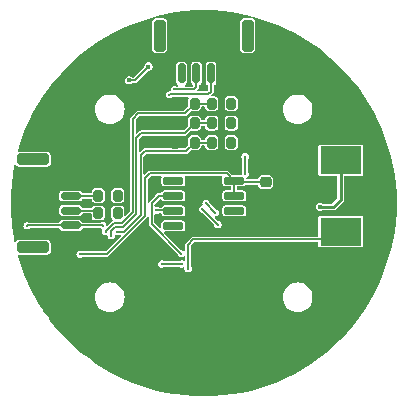
<source format=gbr>
%TF.GenerationSoftware,KiCad,Pcbnew,8.0.6*%
%TF.CreationDate,2024-12-04T23:44:22+08:00*%
%TF.ProjectId,f1oc,66316f63-2e6b-4696-9361-645f70636258,v0.1*%
%TF.SameCoordinates,Original*%
%TF.FileFunction,Copper,L2,Bot*%
%TF.FilePolarity,Positive*%
%FSLAX46Y46*%
G04 Gerber Fmt 4.6, Leading zero omitted, Abs format (unit mm)*
G04 Created by KiCad (PCBNEW 8.0.6) date 2024-12-04 23:44:22*
%MOMM*%
%LPD*%
G01*
G04 APERTURE LIST*
G04 Aperture macros list*
%AMRoundRect*
0 Rectangle with rounded corners*
0 $1 Rounding radius*
0 $2 $3 $4 $5 $6 $7 $8 $9 X,Y pos of 4 corners*
0 Add a 4 corners polygon primitive as box body*
4,1,4,$2,$3,$4,$5,$6,$7,$8,$9,$2,$3,0*
0 Add four circle primitives for the rounded corners*
1,1,$1+$1,$2,$3*
1,1,$1+$1,$4,$5*
1,1,$1+$1,$6,$7*
1,1,$1+$1,$8,$9*
0 Add four rect primitives between the rounded corners*
20,1,$1+$1,$2,$3,$4,$5,0*
20,1,$1+$1,$4,$5,$6,$7,0*
20,1,$1+$1,$6,$7,$8,$9,0*
20,1,$1+$1,$8,$9,$2,$3,0*%
G04 Aperture macros list end*
%TA.AperFunction,SMDPad,CuDef*%
%ADD10RoundRect,0.200000X-0.200000X-0.275000X0.200000X-0.275000X0.200000X0.275000X-0.200000X0.275000X0*%
%TD*%
%TA.AperFunction,SMDPad,CuDef*%
%ADD11RoundRect,0.150000X-0.150000X-0.700000X0.150000X-0.700000X0.150000X0.700000X-0.150000X0.700000X0*%
%TD*%
%TA.AperFunction,SMDPad,CuDef*%
%ADD12RoundRect,0.250000X-0.250000X-1.100000X0.250000X-1.100000X0.250000X1.100000X-0.250000X1.100000X0*%
%TD*%
%TA.AperFunction,SMDPad,CuDef*%
%ADD13RoundRect,0.225000X-0.250000X0.225000X-0.250000X-0.225000X0.250000X-0.225000X0.250000X0.225000X0*%
%TD*%
%TA.AperFunction,SMDPad,CuDef*%
%ADD14RoundRect,0.150000X0.700000X-0.150000X0.700000X0.150000X-0.700000X0.150000X-0.700000X-0.150000X0*%
%TD*%
%TA.AperFunction,SMDPad,CuDef*%
%ADD15RoundRect,0.250000X1.100000X-0.250000X1.100000X0.250000X-1.100000X0.250000X-1.100000X-0.250000X0*%
%TD*%
%TA.AperFunction,SMDPad,CuDef*%
%ADD16RoundRect,0.150000X0.725000X0.150000X-0.725000X0.150000X-0.725000X-0.150000X0.725000X-0.150000X0*%
%TD*%
%TA.AperFunction,SMDPad,CuDef*%
%ADD17RoundRect,0.200000X0.200000X0.275000X-0.200000X0.275000X-0.200000X-0.275000X0.200000X-0.275000X0*%
%TD*%
%TA.AperFunction,SMDPad,CuDef*%
%ADD18R,3.500000X2.350000*%
%TD*%
%TA.AperFunction,ViaPad*%
%ADD19C,0.406400*%
%TD*%
%TA.AperFunction,ViaPad*%
%ADD20C,0.381000*%
%TD*%
%TA.AperFunction,ViaPad*%
%ADD21C,0.762000*%
%TD*%
%TA.AperFunction,ViaPad*%
%ADD22C,0.304800*%
%TD*%
%TA.AperFunction,Conductor*%
%ADD23C,0.152400*%
%TD*%
%TA.AperFunction,Conductor*%
%ADD24C,0.254000*%
%TD*%
G04 APERTURE END LIST*
D10*
%TO.P,R15,1*%
%TO.N,/VOL_C*%
X121686800Y-70862425D03*
%TO.P,R15,2*%
%TO.N,/MOTOR_C*%
X123336800Y-70862425D03*
%TD*%
D11*
%TO.P,J3,1,Pin_1*%
%TO.N,+3.3V*%
X119125000Y-65000000D03*
%TO.P,J3,2,Pin_2*%
%TO.N,/SWD*%
X120375000Y-65000000D03*
%TO.P,J3,3,Pin_3*%
%TO.N,/SWCLK*%
X121625000Y-65000000D03*
%TO.P,J3,4,Pin_4*%
%TO.N,GND*%
X122875000Y-65000000D03*
D12*
%TO.P,J3,MP*%
%TO.N,N/C*%
X117275000Y-61800000D03*
X124725000Y-61800000D03*
%TD*%
D10*
%TO.P,R9,1*%
%TO.N,/VOL_A*%
X121686800Y-67567200D03*
%TO.P,R9,2*%
%TO.N,/MOTOR_A*%
X123336800Y-67567200D03*
%TD*%
D13*
%TO.P,C7,1*%
%TO.N,+3.3VA*%
X126250000Y-74200000D03*
%TO.P,C7,2*%
%TO.N,GND*%
X126250000Y-75750000D03*
%TD*%
D10*
%TO.P,R14,1*%
%TO.N,GND*%
X118575800Y-69214812D03*
%TO.P,R14,2*%
%TO.N,/VOL_B*%
X120225800Y-69214812D03*
%TD*%
%TO.P,R16,1*%
%TO.N,GND*%
X118575800Y-70862425D03*
%TO.P,R16,2*%
%TO.N,/VOL_C*%
X120225800Y-70862425D03*
%TD*%
D14*
%TO.P,J1,1,Pin_1*%
%TO.N,+3.3V*%
X109750000Y-77875000D03*
%TO.P,J1,2,Pin_2*%
%TO.N,/UART_RX*%
X109750000Y-76625000D03*
%TO.P,J1,3,Pin_3*%
%TO.N,/UART_TX*%
X109750000Y-75375000D03*
%TO.P,J1,4,Pin_4*%
%TO.N,GND*%
X109750000Y-74125000D03*
D15*
%TO.P,J1,MP*%
%TO.N,N/C*%
X106550000Y-79725000D03*
X106550000Y-72275000D03*
%TD*%
D10*
%TO.P,R13,1*%
%TO.N,/VOL_B*%
X121686800Y-69214812D03*
%TO.P,R13,2*%
%TO.N,/MOTOR_B*%
X123336800Y-69214812D03*
%TD*%
D16*
%TO.P,U4,1,VDD*%
%TO.N,+3.3VA*%
X123575000Y-74095000D03*
%TO.P,U4,2,MODE*%
X123575000Y-75365000D03*
%TO.P,U4,3,OUT*%
%TO.N,unconnected-(U4-OUT-Pad3)*%
X123575000Y-76635000D03*
%TO.P,U4,4,GND*%
%TO.N,GND*%
X123575000Y-77905000D03*
%TO.P,U4,5,PUSH*%
%TO.N,unconnected-(U4-PUSH-Pad5)*%
X118425000Y-77905000D03*
%TO.P,U4,6,A*%
%TO.N,/MISO*%
X118425000Y-76635000D03*
%TO.P,U4,7,B*%
%TO.N,/SCK*%
X118425000Y-75365000D03*
%TO.P,U4,8,Z*%
%TO.N,/CS*%
X118425000Y-74095000D03*
%TD*%
D17*
%TO.P,R3,1*%
%TO.N,Net-(U1-PB7)*%
X113723400Y-76812800D03*
%TO.P,R3,2*%
%TO.N,/UART_RX*%
X112073400Y-76812800D03*
%TD*%
%TO.P,R11,1*%
%TO.N,Net-(U1-PB6)*%
X113723400Y-75339600D03*
%TO.P,R11,2*%
%TO.N,/UART_TX*%
X112073400Y-75339600D03*
%TD*%
D10*
%TO.P,R12,1*%
%TO.N,GND*%
X118575800Y-67567200D03*
%TO.P,R12,2*%
%TO.N,/VOL_A*%
X120225800Y-67567200D03*
%TD*%
D18*
%TO.P,L1,1,1*%
%TO.N,/SW_BK*%
X132600000Y-72350000D03*
%TO.P,L1,2,2*%
%TO.N,+3.3V*%
X132600000Y-78400000D03*
%TD*%
D19*
%TO.N,GND*%
X134817600Y-81334000D03*
X110890800Y-71834400D03*
X110890800Y-86617200D03*
X116682000Y-85702800D03*
X116732800Y-84026400D03*
X107639600Y-69396000D03*
X129940800Y-72037600D03*
X121508000Y-61776000D03*
X130906000Y-86668000D03*
X124683000Y-86541000D03*
X109443000Y-80445000D03*
X126969000Y-66729000D03*
X125521200Y-69954800D03*
X122981200Y-79606800D03*
X116580400Y-88954000D03*
X108249200Y-74171200D03*
X120187200Y-61776000D03*
X124683000Y-84890000D03*
X128670800Y-65586000D03*
X127807200Y-73815600D03*
X119222000Y-88954000D03*
X123159000Y-82731000D03*
X120949200Y-72393200D03*
X120796800Y-82197600D03*
X134081000Y-75365000D03*
X113532400Y-86617200D03*
X116834400Y-66475000D03*
X107588800Y-83010400D03*
X124683000Y-87811000D03*
X120746000Y-86541000D03*
X128366000Y-86718800D03*
X127502400Y-70462800D03*
X111957600Y-79505200D03*
X120746000Y-84890000D03*
X112567200Y-81791200D03*
X120796800Y-79606800D03*
X116631200Y-87328400D03*
X126130800Y-77168400D03*
X124429000Y-88954000D03*
X122524000Y-68380000D03*
X135884400Y-72901200D03*
X113532400Y-73307600D03*
X121558800Y-74933200D03*
X125064000Y-65586000D03*
X113481600Y-63350800D03*
X116428000Y-69269000D03*
X121787400Y-88954000D03*
X126994400Y-88954000D03*
X130499600Y-81232400D03*
X134360400Y-69446800D03*
X115793000Y-78540000D03*
X127807200Y-77168400D03*
X135325600Y-78184400D03*
X110789200Y-65738400D03*
X132582400Y-83467600D03*
X106522000Y-76406400D03*
X127096000Y-63681000D03*
X130702800Y-74018800D03*
D20*
%TO.N,+3.3V*%
X114700800Y-65586000D03*
D21*
X132600000Y-78524999D03*
D20*
X116326400Y-64417600D03*
D22*
X119120400Y-64290600D03*
X112465600Y-77879600D03*
X106039400Y-77905000D03*
X119679200Y-81537200D03*
%TO.N,+3.3VA*%
X110535200Y-80305000D03*
X123575000Y-74095000D03*
%TO.N,/CS*%
X118095000Y-74095000D03*
%TO.N,/IN_HC*%
X122200000Y-77800000D03*
X120896934Y-76496934D03*
%TO.N,/SCK*%
X119120400Y-80267200D03*
X117200000Y-75400000D03*
%TO.N,/SWD*%
X118517471Y-66340218D03*
%TO.N,/MISO*%
X117000000Y-76600000D03*
%TO.N,/SWCLK*%
X118104400Y-66805200D03*
%TO.N,/IN_HB*%
X121200000Y-76000000D03*
X121995915Y-76795915D03*
D20*
%TO.N,/SW_BK*%
X130855200Y-76304800D03*
D22*
%TO.N,/CS_DRV*%
X119171200Y-81130800D03*
X117444000Y-81130800D03*
D20*
%TO.N,/MOTOR_B*%
X123387600Y-69192800D03*
%TO.N,/MOTOR_A*%
X123387600Y-67567200D03*
%TO.N,/MOTOR_C*%
X123387600Y-70818400D03*
D22*
%TO.N,/VOL_A*%
X112719600Y-78387600D03*
%TO.N,/VOL_B*%
X113176800Y-78743200D03*
%TO.N,/VOL_C*%
X113700000Y-78402800D03*
%TO.N,Net-(U1-PB7)*%
X113735600Y-76863600D03*
%TO.N,Net-(U1-PB6)*%
X113735600Y-75339600D03*
%TO.N,Net-(U2-NFAULT)*%
X124505200Y-73510800D03*
X124505200Y-72037600D03*
%TD*%
D23*
%TO.N,+3.3V*%
X106039400Y-77905000D02*
X106069400Y-77875000D01*
X115158000Y-65586000D02*
X116326400Y-64417600D01*
X119679200Y-79505200D02*
X120136400Y-79048000D01*
X114700800Y-65586000D02*
X115158000Y-65586000D01*
X119679200Y-81537200D02*
X119679200Y-79505200D01*
X120136400Y-79048000D02*
X132076999Y-79048000D01*
X112465600Y-77879600D02*
X112461000Y-77875000D01*
X132076999Y-79048000D02*
X132600000Y-78524999D01*
X112461000Y-77875000D02*
X109750000Y-77875000D01*
X106069400Y-77875000D02*
X109750000Y-77875000D01*
X132600000Y-78319200D02*
X132633200Y-78286000D01*
%TO.N,+3.3VA*%
X122940000Y-73460000D02*
X122320800Y-73460000D01*
X116021600Y-73866400D02*
X116021600Y-77066800D01*
X112783400Y-80305000D02*
X110535200Y-80305000D01*
X123680000Y-74200000D02*
X123575000Y-74095000D01*
X122320800Y-73460000D02*
X116428000Y-73460000D01*
X116428000Y-73460000D02*
X116021600Y-73866400D01*
X123575000Y-74095000D02*
X122940000Y-73460000D01*
X123575000Y-75365000D02*
X123575000Y-74095000D01*
X116021600Y-77066800D02*
X112783400Y-80305000D01*
X126250000Y-74200000D02*
X123680000Y-74200000D01*
X123575000Y-75365000D02*
X123514600Y-75365000D01*
%TO.N,/IN_HC*%
X122200000Y-77800000D02*
X120896934Y-76496934D01*
%TO.N,/SCK*%
X117200000Y-75400000D02*
X118390000Y-75400000D01*
X116597600Y-76002400D02*
X117200000Y-75400000D01*
X118390000Y-75400000D02*
X118425000Y-75365000D01*
X116597600Y-77744400D02*
X116597600Y-76002400D01*
X119120400Y-80267200D02*
X116597600Y-77744400D01*
%TO.N,/SWD*%
X120144182Y-66340218D02*
X118517471Y-66340218D01*
X120375000Y-65000000D02*
X120375000Y-66109400D01*
X120375000Y-66109400D02*
X120144182Y-66340218D01*
%TO.N,/MISO*%
X118390000Y-76600000D02*
X118425000Y-76635000D01*
X117000000Y-76600000D02*
X118390000Y-76600000D01*
%TO.N,/SWCLK*%
X121624999Y-66535801D02*
X121624999Y-65000000D01*
X118155200Y-66754400D02*
X121406400Y-66754400D01*
X118104400Y-66805200D02*
X118155200Y-66754400D01*
X121406400Y-66754400D02*
X121624999Y-66535801D01*
%TO.N,/IN_HB*%
X121995915Y-76795915D02*
X121200000Y-76000000D01*
D24*
%TO.N,/SW_BK*%
X130855200Y-76304800D02*
X131972800Y-76304800D01*
X131972800Y-76304800D02*
X132600000Y-75677600D01*
X132600000Y-75677600D02*
X132600000Y-72350000D01*
D23*
%TO.N,/CS_DRV*%
X117444000Y-81130800D02*
X119171200Y-81130800D01*
%TO.N,/UART_TX*%
X109750000Y-75375000D02*
X112038000Y-75375000D01*
X112038000Y-75375000D02*
X112073400Y-75339600D01*
%TO.N,/UART_RX*%
X109750000Y-76625000D02*
X111885600Y-76625000D01*
X111885600Y-76625000D02*
X112073400Y-76812800D01*
%TO.N,/VOL_A*%
X119413000Y-68380000D02*
X120225800Y-67567200D01*
X114073496Y-77695600D02*
X115005600Y-76763496D01*
X115005600Y-68837200D02*
X115462800Y-68380000D01*
X121686800Y-67567200D02*
X120225800Y-67567200D01*
X112719600Y-78387600D02*
X112719600Y-78383068D01*
X112719600Y-78383068D02*
X113407068Y-77695600D01*
X115005600Y-76763496D02*
X115005600Y-68837200D01*
X115462800Y-68380000D02*
X119413000Y-68380000D01*
X113407068Y-77695600D02*
X114073496Y-77695600D01*
%TO.N,/VOL_B*%
X115716800Y-70056400D02*
X119384212Y-70056400D01*
X119384212Y-70056400D02*
X120225800Y-69214812D01*
X113533320Y-78000400D02*
X114199748Y-78000400D01*
X114199748Y-78000400D02*
X115310400Y-76889748D01*
X113176800Y-78743200D02*
X113176800Y-78356920D01*
X120225800Y-69214812D02*
X121686800Y-69214812D01*
X115310400Y-76889748D02*
X115310400Y-70462800D01*
X113176800Y-78356920D02*
X113533320Y-78000400D01*
X115310400Y-70462800D02*
X115716800Y-70056400D01*
%TO.N,/VOL_C*%
X115666000Y-76965200D02*
X115666000Y-71936000D01*
X116035975Y-71566025D02*
X119522200Y-71566025D01*
X119522200Y-71566025D02*
X120225800Y-70862425D01*
X113700000Y-78402800D02*
X114228400Y-78402800D01*
X115666000Y-71936000D02*
X116035975Y-71566025D01*
X121686800Y-70862425D02*
X120225800Y-70862425D01*
X114228400Y-78402800D02*
X115666000Y-76965200D01*
%TO.N,Net-(U1-PB7)*%
X113723400Y-76851400D02*
X113723400Y-76812800D01*
X113735600Y-76863600D02*
X113723400Y-76851400D01*
%TO.N,Net-(U2-NFAULT)*%
X124505200Y-72037600D02*
X124505200Y-73510800D01*
%TD*%
%TA.AperFunction,Conductor*%
%TO.N,GND*%
G36*
X121800291Y-59672546D02*
G01*
X121803926Y-59672724D01*
X122600478Y-59731481D01*
X122604113Y-59731840D01*
X123396796Y-59829608D01*
X123400403Y-59830142D01*
X124187340Y-59966689D01*
X124190960Y-59967409D01*
X124970232Y-60142400D01*
X124973778Y-60143288D01*
X124995951Y-60149424D01*
X125037845Y-60179273D01*
X125050751Y-60229068D01*
X125028630Y-60275508D01*
X124981833Y-60296865D01*
X124975893Y-60297100D01*
X124443289Y-60297100D01*
X124348943Y-60312043D01*
X124235228Y-60369984D01*
X124144984Y-60460228D01*
X124087043Y-60573943D01*
X124072100Y-60668289D01*
X124072100Y-62931710D01*
X124087043Y-63026056D01*
X124136569Y-63123256D01*
X124144984Y-63139771D01*
X124235229Y-63230016D01*
X124348943Y-63287956D01*
X124348945Y-63287957D01*
X124443292Y-63302900D01*
X124443296Y-63302900D01*
X125006704Y-63302900D01*
X125006708Y-63302900D01*
X125101055Y-63287957D01*
X125214771Y-63230016D01*
X125305016Y-63139771D01*
X125362957Y-63026055D01*
X125377900Y-62931708D01*
X125377900Y-60668292D01*
X125362957Y-60573945D01*
X125305016Y-60460229D01*
X125214771Y-60369984D01*
X125191032Y-60357888D01*
X125155951Y-60320268D01*
X125153259Y-60268898D01*
X125184216Y-60227817D01*
X125234338Y-60216246D01*
X125245227Y-60218408D01*
X125743543Y-60356311D01*
X125747040Y-60357371D01*
X126505448Y-60607915D01*
X126508887Y-60609146D01*
X127254042Y-60896585D01*
X127257434Y-60897989D01*
X127987610Y-61221654D01*
X127990947Y-61223233D01*
X128704307Y-61582308D01*
X128707562Y-61584047D01*
X129402488Y-61977718D01*
X129405654Y-61979616D01*
X130080407Y-62406898D01*
X130083468Y-62408943D01*
X130736454Y-62868828D01*
X130739397Y-62871010D01*
X131292811Y-63302900D01*
X131369031Y-63362382D01*
X131371877Y-63364717D01*
X131711059Y-63657298D01*
X131976655Y-63886402D01*
X131979360Y-63888854D01*
X132409454Y-64298337D01*
X132557808Y-64439582D01*
X132560416Y-64442190D01*
X133111143Y-65020637D01*
X133113590Y-65023337D01*
X133466390Y-65432329D01*
X133635275Y-65628114D01*
X133637613Y-65630963D01*
X134108375Y-66234188D01*
X134128981Y-66260592D01*
X134131176Y-66263552D01*
X134294437Y-66495365D01*
X134591050Y-66916523D01*
X134593101Y-66919592D01*
X135020383Y-67594345D01*
X135022281Y-67597511D01*
X135415952Y-68292437D01*
X135417691Y-68295692D01*
X135776766Y-69009052D01*
X135778345Y-69012389D01*
X136102006Y-69742556D01*
X136103418Y-69745966D01*
X136390846Y-70491094D01*
X136392090Y-70494569D01*
X136642622Y-71252941D01*
X136643693Y-71256473D01*
X136856705Y-72026199D01*
X136857602Y-72029780D01*
X137032590Y-72809039D01*
X137033310Y-72812659D01*
X137169853Y-73599574D01*
X137170394Y-73603225D01*
X137268157Y-74395867D01*
X137268519Y-74399540D01*
X137327273Y-75196046D01*
X137327454Y-75199733D01*
X137347054Y-75998155D01*
X137347054Y-76001845D01*
X137327454Y-76800266D01*
X137327273Y-76803953D01*
X137268519Y-77600459D01*
X137268157Y-77604132D01*
X137170394Y-78396774D01*
X137169853Y-78400425D01*
X137033310Y-79187340D01*
X137032590Y-79190960D01*
X136857602Y-79970219D01*
X136856705Y-79973800D01*
X136643693Y-80743526D01*
X136642622Y-80747058D01*
X136392090Y-81505430D01*
X136390846Y-81508905D01*
X136103418Y-82254033D01*
X136102006Y-82257443D01*
X135778345Y-82987610D01*
X135776766Y-82990947D01*
X135417691Y-83704307D01*
X135415952Y-83707562D01*
X135022281Y-84402488D01*
X135020383Y-84405654D01*
X134593101Y-85080407D01*
X134591050Y-85083476D01*
X134131179Y-85736443D01*
X134128981Y-85739407D01*
X133637617Y-86369031D01*
X133635275Y-86371885D01*
X133113597Y-86976655D01*
X133111118Y-86979390D01*
X132560417Y-87557808D01*
X132557808Y-87560417D01*
X131979390Y-88111118D01*
X131976655Y-88113597D01*
X131371885Y-88635275D01*
X131369031Y-88637617D01*
X130739407Y-89128981D01*
X130736443Y-89131179D01*
X130083476Y-89591050D01*
X130080407Y-89593101D01*
X129405654Y-90020383D01*
X129402488Y-90022281D01*
X128707562Y-90415952D01*
X128704307Y-90417691D01*
X127990947Y-90776766D01*
X127987610Y-90778345D01*
X127257443Y-91102006D01*
X127254033Y-91103418D01*
X126508905Y-91390846D01*
X126505430Y-91392090D01*
X125747058Y-91642622D01*
X125743526Y-91643693D01*
X124973800Y-91856705D01*
X124970219Y-91857602D01*
X124190960Y-92032590D01*
X124187340Y-92033310D01*
X123400425Y-92169853D01*
X123396774Y-92170394D01*
X122604132Y-92268157D01*
X122600459Y-92268519D01*
X121803953Y-92327273D01*
X121800266Y-92327454D01*
X121001845Y-92347054D01*
X120998155Y-92347054D01*
X120199733Y-92327454D01*
X120196046Y-92327273D01*
X119399540Y-92268519D01*
X119395867Y-92268157D01*
X118603225Y-92170394D01*
X118599574Y-92169853D01*
X117812659Y-92033310D01*
X117809039Y-92032590D01*
X117029780Y-91857602D01*
X117026199Y-91856705D01*
X116256473Y-91643693D01*
X116252941Y-91642622D01*
X115494569Y-91392090D01*
X115491094Y-91390846D01*
X114745966Y-91103418D01*
X114742556Y-91102006D01*
X114012389Y-90778345D01*
X114009052Y-90776766D01*
X113295692Y-90417691D01*
X113292437Y-90415952D01*
X112597511Y-90022281D01*
X112594345Y-90020383D01*
X111919592Y-89593101D01*
X111916523Y-89591050D01*
X111263556Y-89131179D01*
X111260592Y-89128981D01*
X110630968Y-88637617D01*
X110628114Y-88635275D01*
X110023337Y-88113590D01*
X110020637Y-88111143D01*
X109442190Y-87560416D01*
X109439582Y-87557808D01*
X108888854Y-86979360D01*
X108886402Y-86976655D01*
X108364724Y-86371885D01*
X108362382Y-86369031D01*
X108014381Y-85923110D01*
X107871010Y-85739397D01*
X107868820Y-85736443D01*
X107529498Y-85254643D01*
X107408943Y-85083468D01*
X107406898Y-85080407D01*
X107383933Y-85044142D01*
X106979615Y-84405653D01*
X106977718Y-84402488D01*
X106724191Y-83954951D01*
X111787363Y-83954951D01*
X111806469Y-84173341D01*
X111863211Y-84385104D01*
X111863212Y-84385108D01*
X111955857Y-84583788D01*
X112081601Y-84763370D01*
X112081612Y-84763383D01*
X112236616Y-84918387D01*
X112236629Y-84918398D01*
X112326232Y-84981138D01*
X112416206Y-85044139D01*
X112416208Y-85044139D01*
X112416211Y-85044142D01*
X112581555Y-85121242D01*
X112614895Y-85136789D01*
X112826654Y-85193530D01*
X113045049Y-85212637D01*
X113263444Y-85193530D01*
X113475203Y-85136789D01*
X113673892Y-85044139D01*
X113853474Y-84918394D01*
X114008492Y-84763376D01*
X114134237Y-84583794D01*
X114226887Y-84385105D01*
X114283628Y-84173346D01*
X114302735Y-83954951D01*
X127697266Y-83954951D01*
X127716372Y-84173341D01*
X127773114Y-84385104D01*
X127773115Y-84385108D01*
X127865760Y-84583788D01*
X127865763Y-84583793D01*
X127865764Y-84583794D01*
X127894373Y-84624652D01*
X127991510Y-84763378D01*
X128146523Y-84918391D01*
X128146526Y-84918393D01*
X128146527Y-84918394D01*
X128326108Y-85044138D01*
X128326110Y-85044138D01*
X128326113Y-85044141D01*
X128491457Y-85121241D01*
X128524797Y-85136788D01*
X128736556Y-85193529D01*
X128954951Y-85212636D01*
X129173346Y-85193529D01*
X129385105Y-85136788D01*
X129533784Y-85067457D01*
X129583788Y-85044141D01*
X129583788Y-85044140D01*
X129583794Y-85044138D01*
X129763375Y-84918394D01*
X129918394Y-84763375D01*
X130044138Y-84583794D01*
X130136788Y-84385105D01*
X130193529Y-84173346D01*
X130212636Y-83954951D01*
X130193529Y-83736556D01*
X130136788Y-83524797D01*
X130044140Y-83326113D01*
X130044140Y-83326112D01*
X130044137Y-83326108D01*
X129933055Y-83167466D01*
X129918394Y-83146527D01*
X129918393Y-83146526D01*
X129918391Y-83146523D01*
X129763378Y-82991510D01*
X129583788Y-82865760D01*
X129385108Y-82773115D01*
X129385106Y-82773114D01*
X129385105Y-82773114D01*
X129173346Y-82716373D01*
X129173344Y-82716372D01*
X129173341Y-82716372D01*
X128954951Y-82697266D01*
X128736560Y-82716372D01*
X128524797Y-82773114D01*
X128524793Y-82773115D01*
X128326112Y-82865761D01*
X128326108Y-82865764D01*
X128146523Y-82991510D01*
X127991510Y-83146523D01*
X127865764Y-83326108D01*
X127865761Y-83326112D01*
X127773115Y-83524793D01*
X127773114Y-83524797D01*
X127716372Y-83736560D01*
X127697266Y-83954951D01*
X114302735Y-83954951D01*
X114283628Y-83736556D01*
X114226887Y-83524797D01*
X114211340Y-83491457D01*
X114134240Y-83326113D01*
X114134237Y-83326109D01*
X114134237Y-83326108D01*
X114023155Y-83167467D01*
X114008496Y-83146531D01*
X114008485Y-83146518D01*
X113853481Y-82991514D01*
X113853468Y-82991503D01*
X113673886Y-82865759D01*
X113475206Y-82773114D01*
X113475204Y-82773113D01*
X113475203Y-82773113D01*
X113263444Y-82716372D01*
X113263442Y-82716371D01*
X113263439Y-82716371D01*
X113045049Y-82697265D01*
X112826658Y-82716371D01*
X112826654Y-82716371D01*
X112826654Y-82716372D01*
X112614895Y-82773113D01*
X112614891Y-82773114D01*
X112416211Y-82865759D01*
X112236629Y-82991503D01*
X112236616Y-82991514D01*
X112081612Y-83146518D01*
X112081601Y-83146531D01*
X111955857Y-83326113D01*
X111863212Y-83524793D01*
X111863211Y-83524797D01*
X111806469Y-83736560D01*
X111787363Y-83954951D01*
X106724191Y-83954951D01*
X106584047Y-83707562D01*
X106582308Y-83704307D01*
X106223233Y-82990947D01*
X106221654Y-82987610D01*
X106126575Y-82773115D01*
X105897989Y-82257434D01*
X105896581Y-82254033D01*
X105723631Y-81805677D01*
X105609146Y-81508887D01*
X105607915Y-81505448D01*
X105357375Y-80747051D01*
X105356306Y-80743525D01*
X105278806Y-80463478D01*
X105282870Y-80412201D01*
X105318944Y-80375531D01*
X105363043Y-80369149D01*
X105418292Y-80377900D01*
X105418296Y-80377900D01*
X107681704Y-80377900D01*
X107681708Y-80377900D01*
X107776055Y-80362957D01*
X107889771Y-80305016D01*
X107980016Y-80214771D01*
X108037957Y-80101055D01*
X108052900Y-80006708D01*
X108052900Y-79443292D01*
X108037957Y-79348945D01*
X107980016Y-79235229D01*
X107889771Y-79144984D01*
X107776055Y-79087043D01*
X107776057Y-79087043D01*
X107681710Y-79072100D01*
X107681708Y-79072100D01*
X105418292Y-79072100D01*
X105418289Y-79072100D01*
X105323943Y-79087043D01*
X105210228Y-79144984D01*
X105119983Y-79235229D01*
X105115663Y-79243709D01*
X105078041Y-79278790D01*
X105026672Y-79281480D01*
X104985591Y-79250522D01*
X104975287Y-79226043D01*
X104967409Y-79190960D01*
X104966689Y-79187340D01*
X104908021Y-78849230D01*
X104830142Y-78400403D01*
X104829608Y-78396796D01*
X104768951Y-77905000D01*
X105729390Y-77905000D01*
X105748086Y-78011031D01*
X105801919Y-78104271D01*
X105884393Y-78173476D01*
X105884394Y-78173476D01*
X105884395Y-78173477D01*
X105985567Y-78210300D01*
X106093233Y-78210300D01*
X106194405Y-78173477D01*
X106256117Y-78121694D01*
X106304454Y-78104100D01*
X108704813Y-78104100D01*
X108753151Y-78121693D01*
X108773604Y-78148923D01*
X108789490Y-78184900D01*
X108795780Y-78199145D01*
X108795782Y-78199148D01*
X108875851Y-78279217D01*
X108875854Y-78279219D01*
X108875855Y-78279220D01*
X108979450Y-78324962D01*
X109004774Y-78327900D01*
X109004776Y-78327900D01*
X110495224Y-78327900D01*
X110495226Y-78327900D01*
X110520550Y-78324962D01*
X110624145Y-78279220D01*
X110704220Y-78199145D01*
X110726395Y-78148923D01*
X110762013Y-78111813D01*
X110795187Y-78104100D01*
X112230815Y-78104100D01*
X112279151Y-78121692D01*
X112310595Y-78148077D01*
X112310598Y-78148078D01*
X112310597Y-78148078D01*
X112328533Y-78154605D01*
X112387323Y-78176003D01*
X112426727Y-78209066D01*
X112435661Y-78259724D01*
X112430028Y-78275202D01*
X112430536Y-78275387D01*
X112428287Y-78281565D01*
X112409590Y-78387600D01*
X112428286Y-78493631D01*
X112482119Y-78586871D01*
X112564593Y-78656076D01*
X112564594Y-78656076D01*
X112564595Y-78656077D01*
X112665767Y-78692900D01*
X112773435Y-78692900D01*
X112779911Y-78691758D01*
X112780423Y-78694663D01*
X112820004Y-78694637D01*
X112859431Y-78727677D01*
X112868387Y-78752259D01*
X112879937Y-78817758D01*
X112885486Y-78849230D01*
X112939319Y-78942471D01*
X113021793Y-79011676D01*
X113021794Y-79011676D01*
X113021795Y-79011677D01*
X113122967Y-79048500D01*
X113230633Y-79048500D01*
X113331805Y-79011677D01*
X113414281Y-78942471D01*
X113468114Y-78849230D01*
X113486674Y-78743969D01*
X113512393Y-78699424D01*
X113560731Y-78681830D01*
X113586448Y-78686364D01*
X113646167Y-78708100D01*
X113646168Y-78708100D01*
X113753833Y-78708100D01*
X113855005Y-78671277D01*
X113880966Y-78649492D01*
X113929303Y-78631900D01*
X113950955Y-78631900D01*
X113999293Y-78649493D01*
X114025013Y-78694042D01*
X114016080Y-78744700D01*
X114004129Y-78760274D01*
X112710529Y-80053874D01*
X112663909Y-80075614D01*
X112657355Y-80075900D01*
X110764503Y-80075900D01*
X110716166Y-80058307D01*
X110690205Y-80036523D01*
X110690202Y-80036521D01*
X110589033Y-79999700D01*
X110481367Y-79999700D01*
X110380193Y-80036523D01*
X110297719Y-80105728D01*
X110243886Y-80198968D01*
X110225190Y-80305000D01*
X110243886Y-80411031D01*
X110297719Y-80504271D01*
X110380193Y-80573476D01*
X110380194Y-80573476D01*
X110380195Y-80573477D01*
X110481367Y-80610300D01*
X110589033Y-80610300D01*
X110690202Y-80573478D01*
X110690201Y-80573478D01*
X110690205Y-80573477D01*
X110716166Y-80551692D01*
X110764503Y-80534100D01*
X112828970Y-80534100D01*
X112828971Y-80534100D01*
X112853631Y-80523884D01*
X112853634Y-80523884D01*
X112883404Y-80511553D01*
X112913175Y-80499222D01*
X116215821Y-77196575D01*
X116218591Y-77189888D01*
X116223825Y-77177251D01*
X116258576Y-77139328D01*
X116309576Y-77132614D01*
X116352960Y-77160252D01*
X116368500Y-77206031D01*
X116368500Y-77789970D01*
X116403378Y-77874176D01*
X118796617Y-80267414D01*
X118817500Y-80307529D01*
X118829085Y-80373229D01*
X118882919Y-80466471D01*
X118965393Y-80535676D01*
X118965394Y-80535676D01*
X118965395Y-80535677D01*
X119066567Y-80572500D01*
X119174233Y-80572500D01*
X119275405Y-80535677D01*
X119326562Y-80492751D01*
X119374899Y-80475157D01*
X119423237Y-80492750D01*
X119448957Y-80537298D01*
X119450100Y-80550357D01*
X119450100Y-80805015D01*
X119432507Y-80853353D01*
X119387958Y-80879073D01*
X119337300Y-80870140D01*
X119326566Y-80862625D01*
X119326206Y-80862323D01*
X119225033Y-80825500D01*
X119117367Y-80825500D01*
X119016197Y-80862321D01*
X119016195Y-80862323D01*
X118990233Y-80884107D01*
X118941897Y-80901700D01*
X117673303Y-80901700D01*
X117624966Y-80884107D01*
X117599005Y-80862323D01*
X117599002Y-80862321D01*
X117497833Y-80825500D01*
X117390167Y-80825500D01*
X117288993Y-80862323D01*
X117206519Y-80931528D01*
X117152686Y-81024768D01*
X117133990Y-81130800D01*
X117152686Y-81236831D01*
X117206519Y-81330071D01*
X117288993Y-81399276D01*
X117288994Y-81399276D01*
X117288995Y-81399277D01*
X117390167Y-81436100D01*
X117497833Y-81436100D01*
X117599002Y-81399278D01*
X117599001Y-81399278D01*
X117599005Y-81399277D01*
X117624966Y-81377492D01*
X117673303Y-81359900D01*
X118941897Y-81359900D01*
X118990233Y-81377492D01*
X119016195Y-81399277D01*
X119016198Y-81399278D01*
X119016197Y-81399278D01*
X119117367Y-81436100D01*
X119225032Y-81436100D01*
X119225033Y-81436100D01*
X119275733Y-81417647D01*
X119327170Y-81417647D01*
X119366575Y-81450712D01*
X119375508Y-81501370D01*
X119369190Y-81537199D01*
X119387886Y-81643231D01*
X119441719Y-81736471D01*
X119524193Y-81805676D01*
X119524194Y-81805676D01*
X119524195Y-81805677D01*
X119625367Y-81842500D01*
X119733033Y-81842500D01*
X119834205Y-81805677D01*
X119916681Y-81736471D01*
X119970514Y-81643230D01*
X119989210Y-81537200D01*
X119970514Y-81431170D01*
X119970513Y-81431168D01*
X119918375Y-81340862D01*
X119908300Y-81303262D01*
X119908300Y-79631244D01*
X119925893Y-79582906D01*
X119930326Y-79578070D01*
X120209270Y-79299126D01*
X120255890Y-79277386D01*
X120262444Y-79277100D01*
X130621901Y-79277100D01*
X130670239Y-79294693D01*
X130695959Y-79339242D01*
X130697101Y-79352300D01*
X130697101Y-79590057D01*
X130705972Y-79634659D01*
X130739764Y-79685232D01*
X130739765Y-79685232D01*
X130739766Y-79685234D01*
X130790342Y-79719028D01*
X130834943Y-79727900D01*
X134365056Y-79727899D01*
X134409658Y-79719028D01*
X134460234Y-79685234D01*
X134494028Y-79634658D01*
X134502900Y-79590057D01*
X134502899Y-77209944D01*
X134494028Y-77165342D01*
X134464601Y-77121302D01*
X134460235Y-77114767D01*
X134460231Y-77114764D01*
X134409658Y-77080972D01*
X134409656Y-77080971D01*
X134365057Y-77072100D01*
X130834944Y-77072100D01*
X130834942Y-77072101D01*
X130790340Y-77080972D01*
X130739767Y-77114764D01*
X130705972Y-77165342D01*
X130705971Y-77165343D01*
X130699759Y-77196575D01*
X130697100Y-77209943D01*
X130697100Y-78011031D01*
X130697101Y-78743700D01*
X130679508Y-78792038D01*
X130634959Y-78817758D01*
X130621901Y-78818900D01*
X120090829Y-78818900D01*
X120017607Y-78849230D01*
X120006623Y-78853779D01*
X120006622Y-78853780D01*
X119484979Y-79375422D01*
X119460315Y-79434964D01*
X119460315Y-79434966D01*
X119456868Y-79443289D01*
X119450100Y-79459630D01*
X119450100Y-79984042D01*
X119432507Y-80032380D01*
X119387958Y-80058100D01*
X119337300Y-80049167D01*
X119326562Y-80041648D01*
X119275406Y-79998723D01*
X119174233Y-79961900D01*
X119170245Y-79961900D01*
X119121907Y-79944307D01*
X119117071Y-79939874D01*
X117663471Y-78486274D01*
X117641731Y-78439654D01*
X117655045Y-78389967D01*
X117697182Y-78360462D01*
X117716645Y-78357900D01*
X119195224Y-78357900D01*
X119195226Y-78357900D01*
X119220550Y-78354962D01*
X119324145Y-78309220D01*
X119404220Y-78229145D01*
X119449962Y-78125550D01*
X119452900Y-78100226D01*
X119452900Y-77709774D01*
X119449962Y-77684450D01*
X119404220Y-77580855D01*
X119404219Y-77580854D01*
X119404217Y-77580851D01*
X119324148Y-77500782D01*
X119324145Y-77500780D01*
X119220548Y-77455037D01*
X119201100Y-77452781D01*
X119195226Y-77452100D01*
X117654774Y-77452100D01*
X117649510Y-77452710D01*
X117629451Y-77455037D01*
X117525854Y-77500780D01*
X117525851Y-77500782D01*
X117445782Y-77580851D01*
X117445780Y-77580854D01*
X117400037Y-77684451D01*
X117397100Y-77709776D01*
X117397100Y-78038355D01*
X117379507Y-78086693D01*
X117334958Y-78112413D01*
X117284300Y-78103480D01*
X117268726Y-78091529D01*
X116848726Y-77671529D01*
X116826986Y-77624909D01*
X116826700Y-77618355D01*
X116826700Y-76969214D01*
X116844293Y-76920876D01*
X116888842Y-76895156D01*
X116927617Y-76898548D01*
X116946167Y-76905300D01*
X116946168Y-76905300D01*
X117053833Y-76905300D01*
X117071348Y-76898925D01*
X117155005Y-76868477D01*
X117180966Y-76846692D01*
X117229303Y-76829100D01*
X117339359Y-76829100D01*
X117387697Y-76846693D01*
X117408150Y-76873923D01*
X117432602Y-76929300D01*
X117445780Y-76959145D01*
X117445782Y-76959148D01*
X117525851Y-77039217D01*
X117525854Y-77039219D01*
X117525855Y-77039220D01*
X117629450Y-77084962D01*
X117654774Y-77087900D01*
X117654776Y-77087900D01*
X119195224Y-77087900D01*
X119195226Y-77087900D01*
X119220550Y-77084962D01*
X119324145Y-77039220D01*
X119404220Y-76959145D01*
X119449962Y-76855550D01*
X119452900Y-76830226D01*
X119452900Y-76496934D01*
X120586924Y-76496934D01*
X120605620Y-76602965D01*
X120659453Y-76696205D01*
X120741927Y-76765410D01*
X120741928Y-76765410D01*
X120741929Y-76765411D01*
X120843101Y-76802234D01*
X120847089Y-76802234D01*
X120895427Y-76819827D01*
X120900263Y-76824260D01*
X121876217Y-77800213D01*
X121897100Y-77840328D01*
X121908685Y-77906029D01*
X121962519Y-77999271D01*
X122044993Y-78068476D01*
X122044994Y-78068476D01*
X122044995Y-78068477D01*
X122146167Y-78105300D01*
X122253833Y-78105300D01*
X122355005Y-78068477D01*
X122437481Y-77999271D01*
X122491314Y-77906030D01*
X122510010Y-77800000D01*
X122491314Y-77693970D01*
X122437481Y-77600729D01*
X122436255Y-77599700D01*
X122355006Y-77531523D01*
X122253833Y-77494700D01*
X122249844Y-77494700D01*
X122201506Y-77477107D01*
X122196670Y-77472674D01*
X121953585Y-77229589D01*
X121931845Y-77182969D01*
X121945159Y-77133282D01*
X121987296Y-77103777D01*
X122006759Y-77101215D01*
X122049748Y-77101215D01*
X122150920Y-77064392D01*
X122233396Y-76995186D01*
X122287229Y-76901945D01*
X122305925Y-76795915D01*
X122287229Y-76689885D01*
X122233396Y-76596644D01*
X122219162Y-76584700D01*
X122150921Y-76527438D01*
X122049748Y-76490615D01*
X122045759Y-76490615D01*
X121997421Y-76473022D01*
X121992585Y-76468589D01*
X121963772Y-76439776D01*
X122547100Y-76439776D01*
X122547100Y-76830223D01*
X122550037Y-76855548D01*
X122595780Y-76959145D01*
X122595782Y-76959148D01*
X122675851Y-77039217D01*
X122675854Y-77039219D01*
X122675855Y-77039220D01*
X122779450Y-77084962D01*
X122804774Y-77087900D01*
X122804776Y-77087900D01*
X124345224Y-77087900D01*
X124345226Y-77087900D01*
X124370550Y-77084962D01*
X124474145Y-77039220D01*
X124554220Y-76959145D01*
X124599962Y-76855550D01*
X124602900Y-76830226D01*
X124602900Y-76439774D01*
X124599962Y-76414450D01*
X124554220Y-76310855D01*
X124554219Y-76310854D01*
X124554217Y-76310851D01*
X124548166Y-76304800D01*
X130506503Y-76304800D01*
X130527532Y-76424062D01*
X130588080Y-76528934D01*
X130588083Y-76528938D01*
X130680851Y-76606780D01*
X130794649Y-76648200D01*
X130794651Y-76648200D01*
X130915749Y-76648200D01*
X130915751Y-76648200D01*
X131029549Y-76606780D01*
X131034899Y-76602291D01*
X131083234Y-76584700D01*
X132009648Y-76584700D01*
X132009650Y-76584700D01*
X132080837Y-76565625D01*
X132144662Y-76528776D01*
X132823976Y-75849462D01*
X132860825Y-75785637D01*
X132879900Y-75714450D01*
X132879900Y-75640750D01*
X132879900Y-73753099D01*
X132897493Y-73704761D01*
X132942042Y-73679041D01*
X132955100Y-73677899D01*
X134365056Y-73677899D01*
X134409658Y-73669028D01*
X134460234Y-73635234D01*
X134494028Y-73584658D01*
X134502900Y-73540057D01*
X134502899Y-71159944D01*
X134494028Y-71115342D01*
X134489869Y-71109118D01*
X134460235Y-71064767D01*
X134460231Y-71064764D01*
X134409658Y-71030972D01*
X134409656Y-71030971D01*
X134365057Y-71022100D01*
X130834944Y-71022100D01*
X130834942Y-71022101D01*
X130790340Y-71030972D01*
X130739767Y-71064764D01*
X130705972Y-71115342D01*
X130705971Y-71115343D01*
X130697100Y-71159942D01*
X130697100Y-73540055D01*
X130697101Y-73540057D01*
X130705972Y-73584659D01*
X130739764Y-73635232D01*
X130739765Y-73635232D01*
X130739766Y-73635234D01*
X130790342Y-73669028D01*
X130834943Y-73677900D01*
X132244900Y-73677899D01*
X132293238Y-73695492D01*
X132318958Y-73740041D01*
X132320100Y-73753099D01*
X132320100Y-75530514D01*
X132302507Y-75578852D01*
X132298074Y-75583688D01*
X131878888Y-76002874D01*
X131832268Y-76024614D01*
X131825714Y-76024900D01*
X131083234Y-76024900D01*
X131034899Y-76007309D01*
X131029551Y-76002822D01*
X131029549Y-76002820D01*
X131029547Y-76002819D01*
X130915752Y-75961400D01*
X130915751Y-75961400D01*
X130794649Y-75961400D01*
X130680852Y-76002820D01*
X130680850Y-76002820D01*
X130680848Y-76002822D01*
X130588084Y-76080660D01*
X130588083Y-76080661D01*
X130527532Y-76185537D01*
X130506503Y-76304800D01*
X124548166Y-76304800D01*
X124474148Y-76230782D01*
X124474145Y-76230780D01*
X124370548Y-76185037D01*
X124351100Y-76182781D01*
X124345226Y-76182100D01*
X122804774Y-76182100D01*
X122799510Y-76182710D01*
X122779451Y-76185037D01*
X122675854Y-76230780D01*
X122675851Y-76230782D01*
X122595782Y-76310851D01*
X122595780Y-76310854D01*
X122550037Y-76414451D01*
X122547100Y-76439776D01*
X121963772Y-76439776D01*
X121523781Y-75999784D01*
X121502898Y-75959670D01*
X121491314Y-75893970D01*
X121437481Y-75800729D01*
X121437480Y-75800728D01*
X121355006Y-75731523D01*
X121253833Y-75694700D01*
X121146167Y-75694700D01*
X121044993Y-75731523D01*
X120962519Y-75800728D01*
X120908686Y-75893968D01*
X120889990Y-76000000D01*
X120908289Y-76103779D01*
X120899356Y-76154437D01*
X120859951Y-76187502D01*
X120847297Y-76190893D01*
X120843104Y-76191632D01*
X120741927Y-76228457D01*
X120659453Y-76297662D01*
X120605620Y-76390902D01*
X120586924Y-76496934D01*
X119452900Y-76496934D01*
X119452900Y-76439774D01*
X119449962Y-76414450D01*
X119404220Y-76310855D01*
X119404219Y-76310854D01*
X119404217Y-76310851D01*
X119324148Y-76230782D01*
X119324145Y-76230780D01*
X119220548Y-76185037D01*
X119201100Y-76182781D01*
X119195226Y-76182100D01*
X117654774Y-76182100D01*
X117649510Y-76182710D01*
X117629451Y-76185037D01*
X117525854Y-76230780D01*
X117525851Y-76230782D01*
X117445782Y-76310851D01*
X117445780Y-76310854D01*
X117439060Y-76326075D01*
X117403441Y-76363187D01*
X117370267Y-76370900D01*
X117229303Y-76370900D01*
X117180966Y-76353307D01*
X117155005Y-76331523D01*
X117155002Y-76331521D01*
X117053833Y-76294700D01*
X116946167Y-76294700D01*
X116927617Y-76301451D01*
X116876178Y-76301449D01*
X116836774Y-76268383D01*
X116826700Y-76230785D01*
X116826700Y-76128445D01*
X116844293Y-76080107D01*
X116848726Y-76075271D01*
X117196671Y-75727326D01*
X117243291Y-75705586D01*
X117249845Y-75705300D01*
X117253833Y-75705300D01*
X117361188Y-75666227D01*
X117362331Y-75669370D01*
X117400136Y-75662633D01*
X117439694Y-75685375D01*
X117440852Y-75684218D01*
X117525851Y-75769217D01*
X117525854Y-75769219D01*
X117525855Y-75769220D01*
X117629450Y-75814962D01*
X117654774Y-75817900D01*
X117654776Y-75817900D01*
X119195224Y-75817900D01*
X119195226Y-75817900D01*
X119220550Y-75814962D01*
X119324145Y-75769220D01*
X119404220Y-75689145D01*
X119449962Y-75585550D01*
X119452900Y-75560226D01*
X119452900Y-75169774D01*
X119449962Y-75144450D01*
X119404220Y-75040855D01*
X119404219Y-75040854D01*
X119404217Y-75040851D01*
X119324148Y-74960782D01*
X119324145Y-74960780D01*
X119220548Y-74915037D01*
X119201100Y-74912781D01*
X119195226Y-74912100D01*
X117654774Y-74912100D01*
X117649510Y-74912710D01*
X117629451Y-74915037D01*
X117525854Y-74960780D01*
X117525851Y-74960782D01*
X117445782Y-75040851D01*
X117445778Y-75040857D01*
X117427132Y-75083086D01*
X117391513Y-75120198D01*
X117340371Y-75125732D01*
X117332621Y-75123375D01*
X117253833Y-75094700D01*
X117146167Y-75094700D01*
X117044993Y-75131523D01*
X116962519Y-75200728D01*
X116908685Y-75293970D01*
X116897101Y-75359668D01*
X116876218Y-75399783D01*
X116403377Y-75872624D01*
X116395375Y-75891945D01*
X116360623Y-75929870D01*
X116309623Y-75936583D01*
X116266239Y-75908944D01*
X116250700Y-75863166D01*
X116250700Y-73992444D01*
X116268293Y-73944106D01*
X116272726Y-73939270D01*
X116500870Y-73711126D01*
X116547490Y-73689386D01*
X116554044Y-73689100D01*
X117366470Y-73689100D01*
X117414808Y-73706693D01*
X117440528Y-73751242D01*
X117435262Y-73794675D01*
X117400038Y-73874447D01*
X117400038Y-73874449D01*
X117397100Y-73899776D01*
X117397100Y-74290223D01*
X117400037Y-74315548D01*
X117445780Y-74419145D01*
X117445782Y-74419148D01*
X117525851Y-74499217D01*
X117525854Y-74499219D01*
X117525855Y-74499220D01*
X117629450Y-74544962D01*
X117654774Y-74547900D01*
X117654776Y-74547900D01*
X119195224Y-74547900D01*
X119195226Y-74547900D01*
X119220550Y-74544962D01*
X119324145Y-74499220D01*
X119404220Y-74419145D01*
X119449962Y-74315550D01*
X119452900Y-74290226D01*
X119452900Y-73899774D01*
X119449962Y-73874450D01*
X119414738Y-73794675D01*
X119411307Y-73743350D01*
X119441671Y-73701827D01*
X119483530Y-73689100D01*
X122275229Y-73689100D01*
X122516470Y-73689100D01*
X122564808Y-73706693D01*
X122590528Y-73751242D01*
X122585262Y-73794675D01*
X122550038Y-73874447D01*
X122550038Y-73874449D01*
X122547100Y-73899776D01*
X122547100Y-74290223D01*
X122550037Y-74315548D01*
X122595780Y-74419145D01*
X122595782Y-74419148D01*
X122675851Y-74499217D01*
X122675854Y-74499219D01*
X122675855Y-74499220D01*
X122779450Y-74544962D01*
X122804774Y-74547900D01*
X123270700Y-74547900D01*
X123319038Y-74565493D01*
X123344758Y-74610042D01*
X123345900Y-74623100D01*
X123345900Y-74836900D01*
X123328307Y-74885238D01*
X123283758Y-74910958D01*
X123270700Y-74912100D01*
X122804774Y-74912100D01*
X122799510Y-74912710D01*
X122779451Y-74915037D01*
X122675854Y-74960780D01*
X122675851Y-74960782D01*
X122595782Y-75040851D01*
X122595780Y-75040854D01*
X122550037Y-75144451D01*
X122547100Y-75169776D01*
X122547100Y-75560223D01*
X122550037Y-75585548D01*
X122595780Y-75689145D01*
X122595782Y-75689148D01*
X122675851Y-75769217D01*
X122675854Y-75769219D01*
X122675855Y-75769220D01*
X122779450Y-75814962D01*
X122804774Y-75817900D01*
X122804776Y-75817900D01*
X124345224Y-75817900D01*
X124345226Y-75817900D01*
X124370550Y-75814962D01*
X124474145Y-75769220D01*
X124554220Y-75689145D01*
X124599962Y-75585550D01*
X124602900Y-75560226D01*
X124602900Y-75169774D01*
X124599962Y-75144450D01*
X124554220Y-75040855D01*
X124554219Y-75040854D01*
X124554217Y-75040851D01*
X124474148Y-74960782D01*
X124474145Y-74960780D01*
X124370548Y-74915037D01*
X124351100Y-74912781D01*
X124345226Y-74912100D01*
X124345224Y-74912100D01*
X123879300Y-74912100D01*
X123830962Y-74894507D01*
X123805242Y-74849958D01*
X123804100Y-74836900D01*
X123804100Y-74623100D01*
X123821693Y-74574762D01*
X123866242Y-74549042D01*
X123879300Y-74547900D01*
X124345224Y-74547900D01*
X124345226Y-74547900D01*
X124370550Y-74544962D01*
X124474145Y-74499220D01*
X124522239Y-74451125D01*
X124568858Y-74429386D01*
X124575413Y-74429100D01*
X125552435Y-74429100D01*
X125600773Y-74446693D01*
X125626493Y-74491242D01*
X125626847Y-74493445D01*
X125627689Y-74499219D01*
X125632801Y-74534317D01*
X125632802Y-74534319D01*
X125688195Y-74647627D01*
X125777372Y-74736804D01*
X125777373Y-74736804D01*
X125777375Y-74736806D01*
X125890681Y-74792198D01*
X125964137Y-74802900D01*
X126535862Y-74802899D01*
X126609319Y-74792198D01*
X126722625Y-74736806D01*
X126811806Y-74647625D01*
X126867198Y-74534319D01*
X126877900Y-74460863D01*
X126877899Y-73939138D01*
X126867198Y-73865681D01*
X126811806Y-73752375D01*
X126811804Y-73752373D01*
X126811804Y-73752372D01*
X126722627Y-73663195D01*
X126722625Y-73663194D01*
X126609319Y-73607802D01*
X126609318Y-73607801D01*
X126535867Y-73597100D01*
X125964141Y-73597100D01*
X125964136Y-73597101D01*
X125890682Y-73607801D01*
X125890680Y-73607802D01*
X125777372Y-73663195D01*
X125688195Y-73752372D01*
X125632802Y-73865681D01*
X125632801Y-73865682D01*
X125626849Y-73906541D01*
X125602471Y-73951838D01*
X125554680Y-73970866D01*
X125552435Y-73970900D01*
X124677990Y-73970900D01*
X124629652Y-73953307D01*
X124603932Y-73908758D01*
X124602916Y-73900047D01*
X124602900Y-73899781D01*
X124602900Y-73899774D01*
X124599962Y-73874450D01*
X124599961Y-73874447D01*
X124599310Y-73868831D01*
X124600480Y-73868695D01*
X124604271Y-73823300D01*
X124640499Y-73786782D01*
X124646825Y-73784146D01*
X124660205Y-73779277D01*
X124660205Y-73779276D01*
X124660207Y-73779276D01*
X124706964Y-73740041D01*
X124742681Y-73710071D01*
X124796514Y-73616830D01*
X124815210Y-73510800D01*
X124796514Y-73404770D01*
X124796513Y-73404768D01*
X124744375Y-73314462D01*
X124734300Y-73276862D01*
X124734300Y-72271536D01*
X124744374Y-72233938D01*
X124796514Y-72143630D01*
X124815210Y-72037600D01*
X124796514Y-71931570D01*
X124742681Y-71838329D01*
X124742680Y-71838328D01*
X124660206Y-71769123D01*
X124559033Y-71732300D01*
X124451367Y-71732300D01*
X124350193Y-71769123D01*
X124267719Y-71838328D01*
X124213886Y-71931568D01*
X124213886Y-71931570D01*
X124195190Y-72037600D01*
X124213886Y-72143630D01*
X124266025Y-72233938D01*
X124276100Y-72271536D01*
X124276100Y-73276862D01*
X124266025Y-73314462D01*
X124213886Y-73404768D01*
X124213886Y-73404770D01*
X124195190Y-73510800D01*
X124202779Y-73553842D01*
X124193847Y-73604500D01*
X124154442Y-73637565D01*
X124128722Y-73642100D01*
X123477245Y-73642100D01*
X123428907Y-73624507D01*
X123424070Y-73620074D01*
X123069775Y-73265778D01*
X123010233Y-73241115D01*
X123010232Y-73241114D01*
X122985573Y-73230900D01*
X122985571Y-73230900D01*
X122366371Y-73230900D01*
X116382429Y-73230900D01*
X116298227Y-73265778D01*
X116298225Y-73265779D01*
X116298218Y-73265784D01*
X116023474Y-73540529D01*
X115976854Y-73562269D01*
X115927167Y-73548955D01*
X115897662Y-73506818D01*
X115895100Y-73487355D01*
X115895100Y-72062044D01*
X115912693Y-72013706D01*
X115917126Y-72008870D01*
X116108845Y-71817151D01*
X116155465Y-71795411D01*
X116162019Y-71795125D01*
X119567770Y-71795125D01*
X119567771Y-71795125D01*
X119592431Y-71784909D01*
X119592434Y-71784909D01*
X119651973Y-71760248D01*
X119651973Y-71760247D01*
X119651975Y-71760247D01*
X119904171Y-71508050D01*
X119950790Y-71486311D01*
X119968187Y-71486811D01*
X119992297Y-71490324D01*
X119992302Y-71490324D01*
X119992306Y-71490325D01*
X119992308Y-71490325D01*
X120459292Y-71490325D01*
X120459294Y-71490325D01*
X120459298Y-71490324D01*
X120459302Y-71490324D01*
X120469045Y-71488904D01*
X120527888Y-71480331D01*
X120633698Y-71428604D01*
X120716979Y-71345323D01*
X120768706Y-71239513D01*
X120778700Y-71170919D01*
X120778700Y-71166725D01*
X120796293Y-71118387D01*
X120840842Y-71092667D01*
X120853900Y-71091525D01*
X121058700Y-71091525D01*
X121107038Y-71109118D01*
X121132758Y-71153667D01*
X121133900Y-71166725D01*
X121133900Y-71170927D01*
X121143894Y-71239513D01*
X121195621Y-71345323D01*
X121195622Y-71345325D01*
X121278899Y-71428602D01*
X121278900Y-71428602D01*
X121278902Y-71428604D01*
X121384712Y-71480331D01*
X121429188Y-71486811D01*
X121453297Y-71490324D01*
X121453302Y-71490324D01*
X121453306Y-71490325D01*
X121453308Y-71490325D01*
X121920292Y-71490325D01*
X121920294Y-71490325D01*
X121920298Y-71490324D01*
X121920302Y-71490324D01*
X121930045Y-71488904D01*
X121988888Y-71480331D01*
X122094698Y-71428604D01*
X122177979Y-71345323D01*
X122229706Y-71239513D01*
X122239700Y-71170919D01*
X122239700Y-70553931D01*
X122239699Y-70553922D01*
X122783900Y-70553922D01*
X122783900Y-71170927D01*
X122793894Y-71239513D01*
X122845621Y-71345323D01*
X122845622Y-71345325D01*
X122928899Y-71428602D01*
X122928900Y-71428602D01*
X122928902Y-71428604D01*
X123034712Y-71480331D01*
X123079188Y-71486811D01*
X123103297Y-71490324D01*
X123103302Y-71490324D01*
X123103306Y-71490325D01*
X123103308Y-71490325D01*
X123570292Y-71490325D01*
X123570294Y-71490325D01*
X123570298Y-71490324D01*
X123570302Y-71490324D01*
X123580045Y-71488904D01*
X123638888Y-71480331D01*
X123744698Y-71428604D01*
X123827979Y-71345323D01*
X123879706Y-71239513D01*
X123889700Y-71170919D01*
X123889700Y-70553931D01*
X123879706Y-70485337D01*
X123827979Y-70379527D01*
X123827977Y-70379525D01*
X123827977Y-70379524D01*
X123744700Y-70296247D01*
X123744698Y-70296246D01*
X123638888Y-70244519D01*
X123570302Y-70234525D01*
X123570294Y-70234525D01*
X123103306Y-70234525D01*
X123103297Y-70234525D01*
X123034711Y-70244519D01*
X122928899Y-70296247D01*
X122845622Y-70379524D01*
X122793894Y-70485336D01*
X122783900Y-70553922D01*
X122239699Y-70553922D01*
X122229706Y-70485337D01*
X122177979Y-70379527D01*
X122177977Y-70379525D01*
X122177977Y-70379524D01*
X122094700Y-70296247D01*
X122094698Y-70296246D01*
X121988888Y-70244519D01*
X121920302Y-70234525D01*
X121920294Y-70234525D01*
X121453306Y-70234525D01*
X121453297Y-70234525D01*
X121384711Y-70244519D01*
X121278899Y-70296247D01*
X121195622Y-70379524D01*
X121143894Y-70485336D01*
X121133900Y-70553922D01*
X121133900Y-70558125D01*
X121116307Y-70606463D01*
X121071758Y-70632183D01*
X121058700Y-70633325D01*
X120853900Y-70633325D01*
X120805562Y-70615732D01*
X120779842Y-70571183D01*
X120778700Y-70558125D01*
X120778700Y-70553932D01*
X120778699Y-70553922D01*
X120776030Y-70535605D01*
X120768706Y-70485337D01*
X120716979Y-70379527D01*
X120716977Y-70379525D01*
X120716977Y-70379524D01*
X120633700Y-70296247D01*
X120633698Y-70296246D01*
X120527888Y-70244519D01*
X120459302Y-70234525D01*
X120459294Y-70234525D01*
X119992306Y-70234525D01*
X119992297Y-70234525D01*
X119923711Y-70244519D01*
X119817899Y-70296247D01*
X119734622Y-70379524D01*
X119682894Y-70485336D01*
X119672900Y-70553922D01*
X119672900Y-71060180D01*
X119655307Y-71108518D01*
X119650874Y-71113354D01*
X119449329Y-71314899D01*
X119402709Y-71336639D01*
X119396155Y-71336925D01*
X115990404Y-71336925D01*
X115970130Y-71345323D01*
X115906200Y-71371803D01*
X115667874Y-71610129D01*
X115621254Y-71631868D01*
X115571567Y-71618554D01*
X115542062Y-71576417D01*
X115539500Y-71556954D01*
X115539500Y-70588844D01*
X115557093Y-70540506D01*
X115561526Y-70535670D01*
X115789670Y-70307526D01*
X115836290Y-70285786D01*
X115842844Y-70285500D01*
X119429782Y-70285500D01*
X119429783Y-70285500D01*
X119454443Y-70275284D01*
X119454446Y-70275284D01*
X119513985Y-70250623D01*
X119513985Y-70250622D01*
X119513987Y-70250622D01*
X119904171Y-69860436D01*
X119950789Y-69838698D01*
X119968186Y-69839198D01*
X119992297Y-69842711D01*
X119992302Y-69842711D01*
X119992306Y-69842712D01*
X119992308Y-69842712D01*
X120459292Y-69842712D01*
X120459294Y-69842712D01*
X120459298Y-69842711D01*
X120459302Y-69842711D01*
X120469045Y-69841291D01*
X120527888Y-69832718D01*
X120633698Y-69780991D01*
X120716979Y-69697710D01*
X120768706Y-69591900D01*
X120778700Y-69523306D01*
X120778700Y-69519112D01*
X120796293Y-69470774D01*
X120840842Y-69445054D01*
X120853900Y-69443912D01*
X121058700Y-69443912D01*
X121107038Y-69461505D01*
X121132758Y-69506054D01*
X121133900Y-69519112D01*
X121133900Y-69523314D01*
X121143894Y-69591900D01*
X121195622Y-69697712D01*
X121278899Y-69780989D01*
X121278900Y-69780989D01*
X121278902Y-69780991D01*
X121384712Y-69832718D01*
X121429188Y-69839198D01*
X121453297Y-69842711D01*
X121453302Y-69842711D01*
X121453306Y-69842712D01*
X121453308Y-69842712D01*
X121920292Y-69842712D01*
X121920294Y-69842712D01*
X121920298Y-69842711D01*
X121920302Y-69842711D01*
X121930045Y-69841291D01*
X121988888Y-69832718D01*
X122094698Y-69780991D01*
X122177979Y-69697710D01*
X122229706Y-69591900D01*
X122239700Y-69523306D01*
X122239700Y-68906318D01*
X122239699Y-68906309D01*
X122783900Y-68906309D01*
X122783900Y-69523314D01*
X122793894Y-69591900D01*
X122845622Y-69697712D01*
X122928899Y-69780989D01*
X122928900Y-69780989D01*
X122928902Y-69780991D01*
X123034712Y-69832718D01*
X123079188Y-69839198D01*
X123103297Y-69842711D01*
X123103302Y-69842711D01*
X123103306Y-69842712D01*
X123103308Y-69842712D01*
X123570292Y-69842712D01*
X123570294Y-69842712D01*
X123570298Y-69842711D01*
X123570302Y-69842711D01*
X123580045Y-69841291D01*
X123638888Y-69832718D01*
X123744698Y-69780991D01*
X123827979Y-69697710D01*
X123879706Y-69591900D01*
X123889700Y-69523306D01*
X123889700Y-68906318D01*
X123879706Y-68837724D01*
X123827979Y-68731914D01*
X123827977Y-68731912D01*
X123827977Y-68731911D01*
X123744700Y-68648634D01*
X123744698Y-68648633D01*
X123638888Y-68596906D01*
X123570302Y-68586912D01*
X123570294Y-68586912D01*
X123103306Y-68586912D01*
X123103297Y-68586912D01*
X123034711Y-68596906D01*
X122928899Y-68648634D01*
X122845622Y-68731911D01*
X122793894Y-68837723D01*
X122783900Y-68906309D01*
X122239699Y-68906309D01*
X122229706Y-68837724D01*
X122177979Y-68731914D01*
X122177977Y-68731912D01*
X122177977Y-68731911D01*
X122094700Y-68648634D01*
X122094698Y-68648633D01*
X121988888Y-68596906D01*
X121920302Y-68586912D01*
X121920294Y-68586912D01*
X121453306Y-68586912D01*
X121453297Y-68586912D01*
X121384711Y-68596906D01*
X121278899Y-68648634D01*
X121195622Y-68731911D01*
X121143894Y-68837723D01*
X121133900Y-68906309D01*
X121133900Y-68910512D01*
X121116307Y-68958850D01*
X121071758Y-68984570D01*
X121058700Y-68985712D01*
X120853900Y-68985712D01*
X120805562Y-68968119D01*
X120779842Y-68923570D01*
X120778700Y-68910512D01*
X120778700Y-68906319D01*
X120778699Y-68906309D01*
X120774548Y-68877823D01*
X120768706Y-68837724D01*
X120716979Y-68731914D01*
X120716977Y-68731912D01*
X120716977Y-68731911D01*
X120633700Y-68648634D01*
X120633698Y-68648633D01*
X120527888Y-68596906D01*
X120459302Y-68586912D01*
X120459294Y-68586912D01*
X119992306Y-68586912D01*
X119992297Y-68586912D01*
X119923711Y-68596906D01*
X119817899Y-68648634D01*
X119734622Y-68731911D01*
X119682894Y-68837723D01*
X119672900Y-68906309D01*
X119672900Y-69412567D01*
X119655307Y-69460905D01*
X119650874Y-69465741D01*
X119311341Y-69805274D01*
X119264721Y-69827014D01*
X119258167Y-69827300D01*
X115671229Y-69827300D01*
X115642505Y-69839198D01*
X115587024Y-69862179D01*
X115363074Y-70086129D01*
X115316454Y-70107868D01*
X115266767Y-70094554D01*
X115237262Y-70052417D01*
X115234700Y-70032954D01*
X115234700Y-68963244D01*
X115252293Y-68914906D01*
X115256726Y-68910070D01*
X115535670Y-68631126D01*
X115582290Y-68609386D01*
X115588844Y-68609100D01*
X119458570Y-68609100D01*
X119458571Y-68609100D01*
X119483231Y-68598884D01*
X119483234Y-68598884D01*
X119542773Y-68574223D01*
X119542773Y-68574222D01*
X119542775Y-68574222D01*
X119904171Y-68212824D01*
X119950789Y-68191086D01*
X119968186Y-68191586D01*
X119992297Y-68195099D01*
X119992302Y-68195099D01*
X119992306Y-68195100D01*
X119992308Y-68195100D01*
X120459292Y-68195100D01*
X120459294Y-68195100D01*
X120459298Y-68195099D01*
X120459302Y-68195099D01*
X120469045Y-68193679D01*
X120527888Y-68185106D01*
X120633698Y-68133379D01*
X120716979Y-68050098D01*
X120768706Y-67944288D01*
X120778700Y-67875694D01*
X120778700Y-67871500D01*
X120796293Y-67823162D01*
X120840842Y-67797442D01*
X120853900Y-67796300D01*
X121058700Y-67796300D01*
X121107038Y-67813893D01*
X121132758Y-67858442D01*
X121133900Y-67871500D01*
X121133900Y-67875702D01*
X121143894Y-67944288D01*
X121195622Y-68050100D01*
X121278899Y-68133377D01*
X121278900Y-68133377D01*
X121278902Y-68133379D01*
X121384712Y-68185106D01*
X121429188Y-68191586D01*
X121453297Y-68195099D01*
X121453302Y-68195099D01*
X121453306Y-68195100D01*
X121453308Y-68195100D01*
X121920292Y-68195100D01*
X121920294Y-68195100D01*
X121920298Y-68195099D01*
X121920302Y-68195099D01*
X121930045Y-68193679D01*
X121988888Y-68185106D01*
X122094698Y-68133379D01*
X122177979Y-68050098D01*
X122229706Y-67944288D01*
X122239700Y-67875694D01*
X122239700Y-67258706D01*
X122239699Y-67258697D01*
X122783900Y-67258697D01*
X122783900Y-67875702D01*
X122793894Y-67944288D01*
X122845622Y-68050100D01*
X122928899Y-68133377D01*
X122928900Y-68133377D01*
X122928902Y-68133379D01*
X123034712Y-68185106D01*
X123079188Y-68191586D01*
X123103297Y-68195099D01*
X123103302Y-68195099D01*
X123103306Y-68195100D01*
X123103308Y-68195100D01*
X123570292Y-68195100D01*
X123570294Y-68195100D01*
X123570298Y-68195099D01*
X123570302Y-68195099D01*
X123580045Y-68193679D01*
X123638888Y-68185106D01*
X123744698Y-68133379D01*
X123827979Y-68050098D01*
X123830447Y-68045049D01*
X127697265Y-68045049D01*
X127716371Y-68263439D01*
X127773113Y-68475202D01*
X127773114Y-68475206D01*
X127865759Y-68673886D01*
X127991503Y-68853468D01*
X127991514Y-68853481D01*
X128146518Y-69008485D01*
X128146531Y-69008496D01*
X128149699Y-69010714D01*
X128326108Y-69134237D01*
X128326110Y-69134237D01*
X128326113Y-69134240D01*
X128491457Y-69211340D01*
X128524797Y-69226887D01*
X128736556Y-69283628D01*
X128954951Y-69302735D01*
X129173346Y-69283628D01*
X129385105Y-69226887D01*
X129583794Y-69134237D01*
X129763376Y-69008492D01*
X129918394Y-68853474D01*
X130044139Y-68673892D01*
X130055918Y-68648633D01*
X130092011Y-68571230D01*
X130136789Y-68475203D01*
X130193530Y-68263444D01*
X130212637Y-68045049D01*
X130193530Y-67826654D01*
X130136789Y-67614895D01*
X130053425Y-67436119D01*
X130044142Y-67416211D01*
X130044139Y-67416208D01*
X130044139Y-67416206D01*
X129977130Y-67320507D01*
X129918398Y-67236629D01*
X129918387Y-67236616D01*
X129763383Y-67081612D01*
X129763370Y-67081601D01*
X129583788Y-66955857D01*
X129385108Y-66863212D01*
X129385106Y-66863211D01*
X129385105Y-66863211D01*
X129173346Y-66806470D01*
X129173344Y-66806469D01*
X129173341Y-66806469D01*
X128954951Y-66787363D01*
X128736560Y-66806469D01*
X128736556Y-66806469D01*
X128736556Y-66806470D01*
X128524801Y-66863210D01*
X128524797Y-66863211D01*
X128524793Y-66863212D01*
X128326113Y-66955857D01*
X128146531Y-67081601D01*
X128146518Y-67081612D01*
X127991514Y-67236616D01*
X127991503Y-67236629D01*
X127865759Y-67416211D01*
X127773114Y-67614891D01*
X127773113Y-67614895D01*
X127716371Y-67826658D01*
X127697265Y-68045049D01*
X123830447Y-68045049D01*
X123879706Y-67944288D01*
X123889700Y-67875694D01*
X123889700Y-67258706D01*
X123889533Y-67257563D01*
X123886483Y-67236624D01*
X123879706Y-67190112D01*
X123827979Y-67084302D01*
X123827977Y-67084300D01*
X123827977Y-67084299D01*
X123744700Y-67001022D01*
X123708858Y-66983500D01*
X123638888Y-66949294D01*
X123570302Y-66939300D01*
X123570294Y-66939300D01*
X123103306Y-66939300D01*
X123103297Y-66939300D01*
X123034711Y-66949294D01*
X122928899Y-67001022D01*
X122845622Y-67084299D01*
X122793894Y-67190111D01*
X122783900Y-67258697D01*
X122239699Y-67258697D01*
X122239533Y-67257563D01*
X122236483Y-67236624D01*
X122229706Y-67190112D01*
X122177979Y-67084302D01*
X122177977Y-67084300D01*
X122177977Y-67084299D01*
X122094700Y-67001022D01*
X122058858Y-66983500D01*
X121988888Y-66949294D01*
X121920302Y-66939300D01*
X121920294Y-66939300D01*
X121727046Y-66939300D01*
X121678708Y-66921707D01*
X121652988Y-66877158D01*
X121661921Y-66826500D01*
X121673871Y-66810926D01*
X121739439Y-66745357D01*
X121819221Y-66665575D01*
X121843927Y-66605929D01*
X121843928Y-66605928D01*
X121848140Y-66595758D01*
X121854099Y-66581372D01*
X121854099Y-66045186D01*
X121871692Y-65996848D01*
X121898920Y-65976396D01*
X121949145Y-65954220D01*
X122029220Y-65874145D01*
X122074962Y-65770550D01*
X122077900Y-65745226D01*
X122077900Y-64254774D01*
X122074962Y-64229450D01*
X122029220Y-64125855D01*
X122029219Y-64125854D01*
X122029217Y-64125851D01*
X121949148Y-64045782D01*
X121949145Y-64045780D01*
X121845548Y-64000037D01*
X121826100Y-63997781D01*
X121820226Y-63997100D01*
X121429774Y-63997100D01*
X121424510Y-63997710D01*
X121404451Y-64000037D01*
X121300854Y-64045780D01*
X121300851Y-64045782D01*
X121220782Y-64125851D01*
X121220780Y-64125854D01*
X121175037Y-64229451D01*
X121172100Y-64254776D01*
X121172100Y-65745223D01*
X121175037Y-65770548D01*
X121220780Y-65874145D01*
X121220782Y-65874148D01*
X121300850Y-65954216D01*
X121300853Y-65954218D01*
X121300855Y-65954220D01*
X121351075Y-65976394D01*
X121388186Y-66012012D01*
X121395899Y-66045186D01*
X121395899Y-66409756D01*
X121378306Y-66458094D01*
X121373873Y-66462930D01*
X121333529Y-66503274D01*
X121286909Y-66525014D01*
X121280355Y-66525300D01*
X120464645Y-66525300D01*
X120416307Y-66507707D01*
X120390587Y-66463158D01*
X120399520Y-66412500D01*
X120411467Y-66396929D01*
X120569222Y-66239175D01*
X120571288Y-66234188D01*
X120593884Y-66179634D01*
X120593884Y-66179632D01*
X120604100Y-66154971D01*
X120604100Y-66045186D01*
X120621693Y-65996848D01*
X120648924Y-65976394D01*
X120699145Y-65954220D01*
X120779220Y-65874145D01*
X120824962Y-65770550D01*
X120827900Y-65745226D01*
X120827900Y-64254774D01*
X120824962Y-64229450D01*
X120779220Y-64125855D01*
X120779219Y-64125854D01*
X120779217Y-64125851D01*
X120699148Y-64045782D01*
X120699145Y-64045780D01*
X120595548Y-64000037D01*
X120576100Y-63997781D01*
X120570226Y-63997100D01*
X120179774Y-63997100D01*
X120174510Y-63997710D01*
X120154451Y-64000037D01*
X120050854Y-64045780D01*
X120050851Y-64045782D01*
X119970782Y-64125851D01*
X119970780Y-64125854D01*
X119925037Y-64229451D01*
X119922100Y-64254776D01*
X119922100Y-65745223D01*
X119925037Y-65770548D01*
X119970780Y-65874145D01*
X119970782Y-65874148D01*
X120050850Y-65954216D01*
X120050853Y-65954218D01*
X120050855Y-65954220D01*
X120058180Y-65957454D01*
X120095293Y-65993071D01*
X120100830Y-66044212D01*
X120080984Y-66079419D01*
X120071312Y-66089090D01*
X120024695Y-66110832D01*
X120018137Y-66111118D01*
X119450293Y-66111118D01*
X119401955Y-66093525D01*
X119376235Y-66048976D01*
X119385168Y-65998318D01*
X119419918Y-65967126D01*
X119449141Y-65954222D01*
X119449141Y-65954221D01*
X119449145Y-65954220D01*
X119529220Y-65874145D01*
X119574962Y-65770550D01*
X119577900Y-65745226D01*
X119577900Y-64254774D01*
X119574962Y-64229450D01*
X119529220Y-64125855D01*
X119529219Y-64125854D01*
X119529217Y-64125851D01*
X119449148Y-64045782D01*
X119449145Y-64045780D01*
X119345548Y-64000037D01*
X119326100Y-63997781D01*
X119320226Y-63997100D01*
X119320224Y-63997100D01*
X119219913Y-63997100D01*
X119194194Y-63992565D01*
X119174233Y-63985300D01*
X119066567Y-63985300D01*
X119046606Y-63992565D01*
X119020887Y-63997100D01*
X118929774Y-63997100D01*
X118924510Y-63997710D01*
X118904451Y-64000037D01*
X118800854Y-64045780D01*
X118800851Y-64045782D01*
X118720782Y-64125851D01*
X118720780Y-64125854D01*
X118675037Y-64229451D01*
X118672100Y-64254776D01*
X118672100Y-65745223D01*
X118675037Y-65770548D01*
X118720780Y-65874145D01*
X118720782Y-65874148D01*
X118800851Y-65954217D01*
X118800858Y-65954222D01*
X118830082Y-65967126D01*
X118867195Y-66002745D01*
X118872729Y-66053886D01*
X118844095Y-66096620D01*
X118799707Y-66111118D01*
X118746774Y-66111118D01*
X118698437Y-66093525D01*
X118672476Y-66071741D01*
X118672473Y-66071739D01*
X118571304Y-66034918D01*
X118463638Y-66034918D01*
X118362464Y-66071741D01*
X118279990Y-66140946D01*
X118226157Y-66234186D01*
X118207461Y-66340218D01*
X118220055Y-66411642D01*
X118211122Y-66462300D01*
X118171717Y-66495365D01*
X118145997Y-66499900D01*
X118050567Y-66499900D01*
X117949393Y-66536723D01*
X117866919Y-66605928D01*
X117813086Y-66699168D01*
X117794390Y-66805200D01*
X117813086Y-66911231D01*
X117866919Y-67004471D01*
X117949393Y-67073676D01*
X117949394Y-67073676D01*
X117949395Y-67073677D01*
X118050567Y-67110500D01*
X118158233Y-67110500D01*
X118259405Y-67073677D01*
X118341881Y-67004471D01*
X118341880Y-67004471D01*
X118345906Y-67001094D01*
X118394244Y-66983500D01*
X119663432Y-66983500D01*
X119711770Y-67001093D01*
X119737490Y-67045642D01*
X119730991Y-67091727D01*
X119721814Y-67110500D01*
X119682894Y-67190111D01*
X119672900Y-67258697D01*
X119672900Y-67764955D01*
X119655307Y-67813293D01*
X119650874Y-67818129D01*
X119340129Y-68128874D01*
X119293509Y-68150614D01*
X119286955Y-68150900D01*
X115417229Y-68150900D01*
X115334652Y-68185105D01*
X115334650Y-68185106D01*
X115334648Y-68185107D01*
X115333026Y-68185778D01*
X115333023Y-68185780D01*
X114811379Y-68707423D01*
X114811376Y-68707427D01*
X114808345Y-68714748D01*
X114808344Y-68714751D01*
X114776500Y-68791630D01*
X114776500Y-76637450D01*
X114758907Y-76685788D01*
X114754474Y-76690624D01*
X114404674Y-77040424D01*
X114358054Y-77062164D01*
X114308367Y-77048850D01*
X114278862Y-77006713D01*
X114276300Y-76987250D01*
X114276300Y-76504307D01*
X114276299Y-76504297D01*
X114271096Y-76468589D01*
X114266306Y-76435712D01*
X114214579Y-76329902D01*
X114214577Y-76329900D01*
X114214577Y-76329899D01*
X114131300Y-76246622D01*
X114131298Y-76246621D01*
X114025488Y-76194894D01*
X113956902Y-76184900D01*
X113956894Y-76184900D01*
X113489906Y-76184900D01*
X113489897Y-76184900D01*
X113421311Y-76194894D01*
X113315499Y-76246622D01*
X113232222Y-76329899D01*
X113180494Y-76435711D01*
X113170500Y-76504297D01*
X113170500Y-77121302D01*
X113180494Y-77189888D01*
X113232222Y-77295700D01*
X113311278Y-77374756D01*
X113333018Y-77421376D01*
X113319704Y-77471063D01*
X113286887Y-77497404D01*
X113277295Y-77501377D01*
X113277291Y-77501380D01*
X112896262Y-77882407D01*
X112849642Y-77904146D01*
X112799955Y-77890832D01*
X112770450Y-77848695D01*
X112769035Y-77842316D01*
X112756914Y-77773570D01*
X112703081Y-77680329D01*
X112692594Y-77671529D01*
X112620606Y-77611123D01*
X112519433Y-77574300D01*
X112411767Y-77574300D01*
X112410451Y-77574300D01*
X112404775Y-77576844D01*
X112310596Y-77611122D01*
X112310595Y-77611123D01*
X112290116Y-77628307D01*
X112241779Y-77645900D01*
X110795187Y-77645900D01*
X110746849Y-77628307D01*
X110726395Y-77601076D01*
X110704220Y-77550855D01*
X110704219Y-77550854D01*
X110704217Y-77550851D01*
X110624148Y-77470782D01*
X110624145Y-77470780D01*
X110520548Y-77425037D01*
X110501100Y-77422781D01*
X110495226Y-77422100D01*
X109004774Y-77422100D01*
X108999510Y-77422710D01*
X108979451Y-77425037D01*
X108875854Y-77470780D01*
X108875851Y-77470782D01*
X108795782Y-77550851D01*
X108795780Y-77550854D01*
X108795780Y-77550855D01*
X108773604Y-77601076D01*
X108737987Y-77638187D01*
X108704813Y-77645900D01*
X106230796Y-77645900D01*
X106200909Y-77637890D01*
X106200588Y-77638773D01*
X106093233Y-77599700D01*
X105985567Y-77599700D01*
X105884393Y-77636523D01*
X105801919Y-77705728D01*
X105748086Y-77798968D01*
X105729390Y-77905000D01*
X104768951Y-77905000D01*
X104731840Y-77604113D01*
X104731480Y-77600459D01*
X104672724Y-76803926D01*
X104672546Y-76800291D01*
X104663450Y-76429776D01*
X108747100Y-76429776D01*
X108747100Y-76820223D01*
X108750037Y-76845548D01*
X108795780Y-76949145D01*
X108795782Y-76949148D01*
X108875851Y-77029217D01*
X108875854Y-77029219D01*
X108875855Y-77029220D01*
X108979450Y-77074962D01*
X109004774Y-77077900D01*
X109004776Y-77077900D01*
X110495224Y-77077900D01*
X110495226Y-77077900D01*
X110520550Y-77074962D01*
X110624145Y-77029220D01*
X110704220Y-76949145D01*
X110726395Y-76898923D01*
X110762013Y-76861813D01*
X110795187Y-76854100D01*
X111445300Y-76854100D01*
X111493638Y-76871693D01*
X111519358Y-76916242D01*
X111520500Y-76929300D01*
X111520500Y-77121302D01*
X111530494Y-77189888D01*
X111582222Y-77295700D01*
X111665499Y-77378977D01*
X111665500Y-77378977D01*
X111665502Y-77378979D01*
X111771312Y-77430706D01*
X111821580Y-77438030D01*
X111839897Y-77440699D01*
X111839902Y-77440699D01*
X111839906Y-77440700D01*
X111839908Y-77440700D01*
X112306892Y-77440700D01*
X112306894Y-77440700D01*
X112368214Y-77431765D01*
X112372571Y-77432668D01*
X112373780Y-77431541D01*
X112394573Y-77421376D01*
X112481298Y-77378979D01*
X112564579Y-77295698D01*
X112616306Y-77189888D01*
X112626300Y-77121294D01*
X112626300Y-76504306D01*
X112616306Y-76435712D01*
X112564579Y-76329902D01*
X112564577Y-76329900D01*
X112564577Y-76329899D01*
X112481300Y-76246622D01*
X112481298Y-76246621D01*
X112375488Y-76194894D01*
X112306902Y-76184900D01*
X112306894Y-76184900D01*
X111839906Y-76184900D01*
X111839897Y-76184900D01*
X111771311Y-76194894D01*
X111665499Y-76246622D01*
X111582223Y-76329898D01*
X111582221Y-76329901D01*
X111582221Y-76329902D01*
X111570572Y-76353729D01*
X111533539Y-76389427D01*
X111503015Y-76395900D01*
X110795187Y-76395900D01*
X110746849Y-76378307D01*
X110726395Y-76351076D01*
X110704220Y-76300855D01*
X110704219Y-76300854D01*
X110704217Y-76300851D01*
X110624148Y-76220782D01*
X110624145Y-76220780D01*
X110520548Y-76175037D01*
X110501100Y-76172781D01*
X110495226Y-76172100D01*
X109004774Y-76172100D01*
X108999510Y-76172710D01*
X108979451Y-76175037D01*
X108875854Y-76220780D01*
X108875851Y-76220782D01*
X108795782Y-76300851D01*
X108795780Y-76300854D01*
X108750037Y-76404451D01*
X108747100Y-76429776D01*
X104663450Y-76429776D01*
X104652945Y-76001833D01*
X104652945Y-75998155D01*
X104653698Y-75967499D01*
X104672546Y-75199706D01*
X104672724Y-75196075D01*
X104673926Y-75179776D01*
X108747100Y-75179776D01*
X108747100Y-75570223D01*
X108750037Y-75595548D01*
X108795780Y-75699145D01*
X108795782Y-75699148D01*
X108875851Y-75779217D01*
X108875854Y-75779219D01*
X108875855Y-75779220D01*
X108979450Y-75824962D01*
X109004774Y-75827900D01*
X109004776Y-75827900D01*
X110495224Y-75827900D01*
X110495226Y-75827900D01*
X110520550Y-75824962D01*
X110624145Y-75779220D01*
X110704220Y-75699145D01*
X110726395Y-75648923D01*
X110762013Y-75611813D01*
X110795187Y-75604100D01*
X111449053Y-75604100D01*
X111497391Y-75621693D01*
X111523111Y-75666242D01*
X111523467Y-75668458D01*
X111530493Y-75716687D01*
X111582222Y-75822500D01*
X111665499Y-75905777D01*
X111665500Y-75905777D01*
X111665502Y-75905779D01*
X111771312Y-75957506D01*
X111821580Y-75964830D01*
X111839897Y-75967499D01*
X111839902Y-75967499D01*
X111839906Y-75967500D01*
X111839908Y-75967500D01*
X112306892Y-75967500D01*
X112306894Y-75967500D01*
X112306898Y-75967499D01*
X112306902Y-75967499D01*
X112316645Y-75966079D01*
X112375488Y-75957506D01*
X112481298Y-75905779D01*
X112564579Y-75822498D01*
X112616306Y-75716688D01*
X112626300Y-75648094D01*
X112626300Y-75031106D01*
X112626299Y-75031097D01*
X113170500Y-75031097D01*
X113170500Y-75648102D01*
X113180494Y-75716688D01*
X113232222Y-75822500D01*
X113315499Y-75905777D01*
X113315500Y-75905777D01*
X113315502Y-75905779D01*
X113421312Y-75957506D01*
X113471580Y-75964830D01*
X113489897Y-75967499D01*
X113489902Y-75967499D01*
X113489906Y-75967500D01*
X113489908Y-75967500D01*
X113956892Y-75967500D01*
X113956894Y-75967500D01*
X113956898Y-75967499D01*
X113956902Y-75967499D01*
X113966645Y-75966079D01*
X114025488Y-75957506D01*
X114131298Y-75905779D01*
X114214579Y-75822498D01*
X114266306Y-75716688D01*
X114276300Y-75648094D01*
X114276300Y-75031106D01*
X114266306Y-74962512D01*
X114214579Y-74856702D01*
X114214577Y-74856700D01*
X114214577Y-74856699D01*
X114131300Y-74773422D01*
X114056400Y-74736806D01*
X114025488Y-74721694D01*
X113956902Y-74711700D01*
X113956894Y-74711700D01*
X113489906Y-74711700D01*
X113489897Y-74711700D01*
X113421311Y-74721694D01*
X113315499Y-74773422D01*
X113232222Y-74856699D01*
X113180494Y-74962511D01*
X113170500Y-75031097D01*
X112626299Y-75031097D01*
X112616306Y-74962512D01*
X112564579Y-74856702D01*
X112564577Y-74856700D01*
X112564577Y-74856699D01*
X112481300Y-74773422D01*
X112406400Y-74736806D01*
X112375488Y-74721694D01*
X112306902Y-74711700D01*
X112306894Y-74711700D01*
X111839906Y-74711700D01*
X111839897Y-74711700D01*
X111771311Y-74721694D01*
X111665499Y-74773422D01*
X111582222Y-74856699D01*
X111530494Y-74962511D01*
X111520500Y-75031097D01*
X111520500Y-75070700D01*
X111502907Y-75119038D01*
X111458358Y-75144758D01*
X111445300Y-75145900D01*
X110795187Y-75145900D01*
X110746849Y-75128307D01*
X110726395Y-75101076D01*
X110704220Y-75050855D01*
X110704219Y-75050854D01*
X110704217Y-75050851D01*
X110624148Y-74970782D01*
X110624145Y-74970780D01*
X110520548Y-74925037D01*
X110501100Y-74922781D01*
X110495226Y-74922100D01*
X109004774Y-74922100D01*
X108999510Y-74922710D01*
X108979451Y-74925037D01*
X108875854Y-74970780D01*
X108875851Y-74970782D01*
X108795782Y-75050851D01*
X108795780Y-75050854D01*
X108750037Y-75154451D01*
X108747100Y-75179776D01*
X104673926Y-75179776D01*
X104731482Y-74399517D01*
X104731839Y-74395890D01*
X104829609Y-73603197D01*
X104830141Y-73599602D01*
X104966690Y-72812651D01*
X104967409Y-72809039D01*
X104975287Y-72773956D01*
X105003044Y-72730647D01*
X105052145Y-72715313D01*
X105099615Y-72735127D01*
X105115663Y-72756290D01*
X105119984Y-72764771D01*
X105210229Y-72855016D01*
X105323943Y-72912956D01*
X105323945Y-72912957D01*
X105418292Y-72927900D01*
X105418296Y-72927900D01*
X107681704Y-72927900D01*
X107681708Y-72927900D01*
X107776055Y-72912957D01*
X107889771Y-72855016D01*
X107980016Y-72764771D01*
X108037957Y-72651055D01*
X108052900Y-72556708D01*
X108052900Y-71993292D01*
X108037957Y-71898945D01*
X107980016Y-71785229D01*
X107889771Y-71694984D01*
X107776055Y-71637043D01*
X107776057Y-71637043D01*
X107681710Y-71622100D01*
X107681708Y-71622100D01*
X105418292Y-71622100D01*
X105418289Y-71622100D01*
X105363046Y-71630850D01*
X105312551Y-71621035D01*
X105280179Y-71581058D01*
X105278806Y-71536521D01*
X105356311Y-71256456D01*
X105357377Y-71252942D01*
X105607920Y-70494538D01*
X105609141Y-70491125D01*
X105896590Y-69745942D01*
X105897983Y-69742579D01*
X106221662Y-69012371D01*
X106223223Y-69009071D01*
X106582315Y-68295678D01*
X106584047Y-68292437D01*
X106724191Y-68045049D01*
X111787362Y-68045049D01*
X111806468Y-68263439D01*
X111863210Y-68475202D01*
X111863211Y-68475206D01*
X111955857Y-68673886D01*
X111955860Y-68673893D01*
X111996485Y-68731911D01*
X112081600Y-68853469D01*
X112081611Y-68853482D01*
X112236615Y-69008486D01*
X112236628Y-69008497D01*
X112292643Y-69047719D01*
X112416205Y-69134238D01*
X112416208Y-69134239D01*
X112416208Y-69134240D01*
X112578499Y-69209916D01*
X112614895Y-69226888D01*
X112826654Y-69283629D01*
X113045049Y-69302736D01*
X113263444Y-69283629D01*
X113475203Y-69226888D01*
X113673893Y-69134238D01*
X113853475Y-69008493D01*
X114008493Y-68853475D01*
X114134238Y-68673893D01*
X114226888Y-68475203D01*
X114283629Y-68263444D01*
X114302736Y-68045049D01*
X114283629Y-67826654D01*
X114226888Y-67614895D01*
X114143524Y-67436119D01*
X114134240Y-67416209D01*
X114134237Y-67416205D01*
X114079547Y-67338100D01*
X114008493Y-67236623D01*
X114008492Y-67236622D01*
X114008490Y-67236619D01*
X113853482Y-67081611D01*
X113853469Y-67081600D01*
X113763796Y-67018811D01*
X113673893Y-66955860D01*
X113673889Y-66955858D01*
X113673889Y-66955857D01*
X113475206Y-66863211D01*
X113475204Y-66863210D01*
X113475203Y-66863210D01*
X113263444Y-66806469D01*
X113263442Y-66806468D01*
X113263439Y-66806468D01*
X113045049Y-66787362D01*
X112826658Y-66806468D01*
X112826654Y-66806468D01*
X112826654Y-66806469D01*
X112751898Y-66826500D01*
X112614895Y-66863210D01*
X112614891Y-66863211D01*
X112416209Y-66955857D01*
X112416205Y-66955860D01*
X112236619Y-67081607D01*
X112081607Y-67236619D01*
X111955860Y-67416205D01*
X111955857Y-67416209D01*
X111863211Y-67614891D01*
X111863210Y-67614895D01*
X111806468Y-67826658D01*
X111787362Y-68045049D01*
X106724191Y-68045049D01*
X106977729Y-67597492D01*
X106979604Y-67594364D01*
X107406915Y-66919565D01*
X107408930Y-66916550D01*
X107868842Y-66263525D01*
X107870995Y-66260621D01*
X108362405Y-65630939D01*
X108364700Y-65628142D01*
X108401052Y-65586000D01*
X114352103Y-65586000D01*
X114373132Y-65705262D01*
X114433680Y-65810134D01*
X114433683Y-65810138D01*
X114526451Y-65887980D01*
X114640249Y-65929400D01*
X114640251Y-65929400D01*
X114761349Y-65929400D01*
X114761351Y-65929400D01*
X114875149Y-65887980D01*
X114927430Y-65844110D01*
X114941038Y-65832693D01*
X114989375Y-65815100D01*
X115203570Y-65815100D01*
X115203571Y-65815100D01*
X115228231Y-65804884D01*
X115228234Y-65804884D01*
X115258004Y-65792553D01*
X115287775Y-65780222D01*
X116284971Y-64783026D01*
X116331591Y-64761286D01*
X116338145Y-64761000D01*
X116386949Y-64761000D01*
X116386951Y-64761000D01*
X116500749Y-64719580D01*
X116593517Y-64641738D01*
X116654068Y-64536861D01*
X116675097Y-64417600D01*
X116654068Y-64298339D01*
X116628916Y-64254774D01*
X116593519Y-64193465D01*
X116593516Y-64193461D01*
X116547133Y-64154541D01*
X116500749Y-64115620D01*
X116386951Y-64074200D01*
X116265849Y-64074200D01*
X116152052Y-64115620D01*
X116152050Y-64115620D01*
X116152048Y-64115622D01*
X116059284Y-64193460D01*
X116059283Y-64193461D01*
X115998732Y-64298337D01*
X115976561Y-64424079D01*
X115973212Y-64423488D01*
X115960110Y-64459489D01*
X115955677Y-64464325D01*
X115085129Y-65334874D01*
X115038509Y-65356614D01*
X115031955Y-65356900D01*
X114989375Y-65356900D01*
X114941038Y-65339307D01*
X114875151Y-65284022D01*
X114875149Y-65284020D01*
X114875147Y-65284019D01*
X114761352Y-65242600D01*
X114761351Y-65242600D01*
X114640249Y-65242600D01*
X114526452Y-65284020D01*
X114526450Y-65284020D01*
X114526448Y-65284022D01*
X114433684Y-65361860D01*
X114433683Y-65361861D01*
X114373132Y-65466737D01*
X114352103Y-65586000D01*
X108401052Y-65586000D01*
X108886428Y-65023314D01*
X108888835Y-65020659D01*
X109439603Y-64442169D01*
X109442169Y-64439603D01*
X110020659Y-63888835D01*
X110023314Y-63886428D01*
X110628142Y-63364700D01*
X110630939Y-63362405D01*
X111260621Y-62870995D01*
X111263525Y-62868842D01*
X111916550Y-62408930D01*
X111919565Y-62406915D01*
X112594364Y-61979604D01*
X112597492Y-61977729D01*
X113292450Y-61584039D01*
X113295678Y-61582315D01*
X114009071Y-61223223D01*
X114012371Y-61221662D01*
X114742579Y-60897983D01*
X114745942Y-60896590D01*
X115491125Y-60609141D01*
X115494538Y-60607920D01*
X116252970Y-60357368D01*
X116256444Y-60356314D01*
X116754770Y-60218409D01*
X116806048Y-60222473D01*
X116842718Y-60258548D01*
X116847620Y-60309753D01*
X116818461Y-60352130D01*
X116808967Y-60357888D01*
X116785231Y-60369982D01*
X116785228Y-60369984D01*
X116694984Y-60460228D01*
X116637043Y-60573943D01*
X116622100Y-60668289D01*
X116622100Y-62931710D01*
X116637043Y-63026056D01*
X116686569Y-63123256D01*
X116694984Y-63139771D01*
X116785229Y-63230016D01*
X116898943Y-63287956D01*
X116898945Y-63287957D01*
X116993292Y-63302900D01*
X116993296Y-63302900D01*
X117556704Y-63302900D01*
X117556708Y-63302900D01*
X117651055Y-63287957D01*
X117764771Y-63230016D01*
X117855016Y-63139771D01*
X117912957Y-63026055D01*
X117927900Y-62931708D01*
X117927900Y-60668292D01*
X117912957Y-60573945D01*
X117855016Y-60460229D01*
X117764771Y-60369984D01*
X117651055Y-60312043D01*
X117651057Y-60312043D01*
X117556710Y-60297100D01*
X117556708Y-60297100D01*
X117024107Y-60297100D01*
X116975769Y-60279507D01*
X116950049Y-60234958D01*
X116958982Y-60184300D01*
X116998387Y-60151235D01*
X117004041Y-60149426D01*
X117026231Y-60143285D01*
X117029757Y-60142402D01*
X117809046Y-59967407D01*
X117812651Y-59966690D01*
X118599602Y-59830141D01*
X118603197Y-59829609D01*
X119395890Y-59731839D01*
X119399517Y-59731482D01*
X120196075Y-59672724D01*
X120199706Y-59672546D01*
X120998167Y-59652945D01*
X121001833Y-59652945D01*
X121800291Y-59672546D01*
G37*
%TD.AperFunction*%
%TD*%
M02*

</source>
